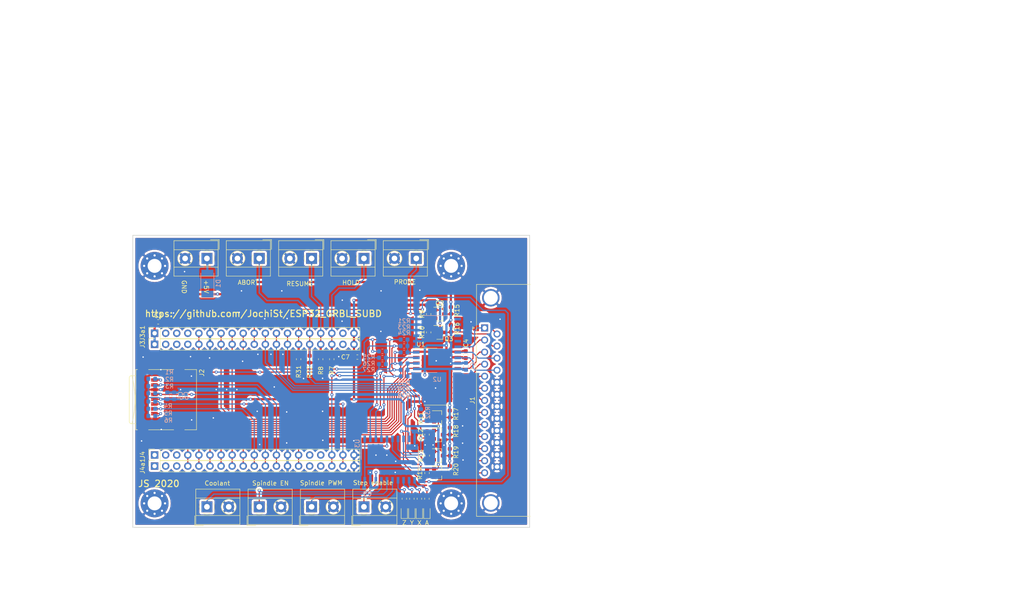
<source format=kicad_pcb>
(kicad_pcb (version 20171130) (host pcbnew "(5.1.4)-1")
  (title_block (title "Project Title"))
  (layers (0 F.Cu signal) (31 B.Cu signal) (34 B.Paste user) (35 F.Paste user) (36 B.SilkS user) (37 F.SilkS user) (38 B.Mask user) (39 F.Mask user) (44 Edge.Cuts user))
  (net 0 "")
  (net 1 +3V3)
  (net 2 GND)
  (net 3 /OUT2)
  (net 4 /ENABLE)
  (net 5 /PROBE)
  (net 6 /A_LIM)
  (net 7 /Z_LIM)
  (net 8 /Y_LIM)
  (net 9 /X_LIM)
  (net 10 /RESET)
  (net 11 /A_STEP)
  (net 12 /A_DIR)
  (net 13 /Z_STEP)
  (net 14 /Z_DIR)
  (net 15 /Y_STEP)
  (net 16 /Y_DIR)
  (net 17 /X_STEP)
  (net 18 /X_DIR)
  (net 19 /OUT1)
  (net 20 "Net-(J2-Pad1)")
  (net 21 "Net-(J2-Pad8)")
  (net 22 +5V)
  (net 23 /A_STEP_3V3)
  (net 24 /A_DIR_3V3)
  (net 25 /Z_STEP_3V3)
  (net 26 /X_DIR_3V3)
  (net 27 /X_STEP_3V3)
  (net 28 /Y_DIR_3V3)
  (net 29 /Y_STEP_3V3)
  (net 30 /Z_DIR_3V3)
  (net 31 "Net-(J3-Pad18)")
  (net 32 /HOLD)
  (net 33 /RESUME)
  (net 34 /ABORT)
  (net 35 /PROBE_3V3)
  (net 36 /ENABLE_3V3)
  (net 37 "Net-(J3-Pad4)")
  (net 38 "Net-(J3-Pad3)")
  (net 39 "Net-(J3-Pad2)")
  (net 40 "Net-(J4-Pad16)")
  (net 41 "Net-(J4-Pad15)")
  (net 42 /Y_LIM_3V3)
  (net 43 /X_LIM_3V3)
  (net 44 /Z_LIM_3V3)
  (net 45 "Net-(J4-Pad3)")
  (net 46 "Net-(J4-Pad2)")
  (net 47 "Net-(J4-Pad1)")
  (net 48 /SD_CS)
  (net 49 /SD_MOSI)
  (net 50 /SD_CLK)
  (net 51 /SD_MISO)
  (net 52 /STEP_ENABLE)
  (net 53 /Spindle_EN_3V3)
  (net 54 "Net-(U2-Pad15)")
  (net 55 "Net-(U2-Pad14)")
  (net 56 "Net-(U2-Pad13)")
  (net 57 "Net-(U2-Pad12)")
  (net 58 "Net-(U2-Pad11)")
  (net 59 /OUT1_3V3)
  (net 60 /OUT2_3V3)
  (net 61 /A_LIM_3V3)
  (net 62 /COOLANT_3V3)
  (net 63 /RESET_3V3)
  (net 64 "Net-(J3a1-Pad18)")
  (net 65 "Net-(J3a1-Pad4)")
  (net 66 "Net-(J3a1-Pad3)")
  (net 67 "Net-(J3a1-Pad2)")
  (net 68 "Net-(J4a1-Pad16)")
  (net 69 "Net-(J4a1-Pad15)")
  (net 70 "Net-(J4a1-Pad3)")
  (net 71 "Net-(J4a1-Pad2)")
  (net 72 "Net-(J4a1-Pad1)")
  (net 73 +VDC)
  (net 74 /STEP_EN_5V)
  (net 75 /COOLANT_5V)
  (net 76 /SPINDLE_EN_5V)
  (net 77 /SPINDLE_PWM_5V)
  (net 78 /Spindle_PWM_3V3)
  (net 79 "Net-(D2-Pad2)")
  (net 80 "Net-(D3-Pad2)")
  (net 81 "Net-(D4-Pad2)")
  (net 82 "Net-(D5-Pad2)")
  (net 83 "Net-(R33-Pad2)")
  (net 84 "Net-(R34-Pad2)")
  (net 85 "Net-(R35-Pad2)")
  (net 86 "Net-(R36-Pad2)")
  (module Capacitor_SMD:C_0603_1608Metric (layer F.Cu) (at 127.3048 100.6348)
    (fp_text reference C7 (at -2.7432 0) (layer F.SilkS))
    (fp_text value 100n)
    (pad 2 smd roundrect (at 0.7875 0) (size 0.875 0.95) (layers F.Cu F.Paste F.Mask) (net 2 GND))
    (pad 1 smd roundrect (at -0.7875 0) (size 0.875 0.95) (layers F.Cu F.Paste F.Mask) (net 1 +3V3))
  )
  (module Capacitor_SMD:C_0603_1608Metric (layer B.Cu) (at 85.2932 109.5248 90)
    (fp_text reference C6 (at 0 2.7432 90) (layer B.SilkS) (effects (justify mirror)))
    (fp_text value 100n)
    (pad 2 smd roundrect (at 0.7875 0 90) (size 0.875 0.95) (layers B.Cu B.Paste B.Mask) (net 2 GND))
    (pad 1 smd roundrect (at -0.7875 0 90) (size 0.875 0.95) (layers B.Cu B.Paste B.Mask) (net 1 +3V3))
  )
  (module Capacitor_SMD:C_0603_1608Metric (layer B.Cu) (at 83.7184 109.5248 90)
    (fp_text reference C5 (at 0 3.048 90) (layer B.SilkS) (effects (justify mirror)))
    (fp_text value 1u)
    (pad 2 smd roundrect (at 0.7875 0 90) (size 0.875 0.95) (layers B.Cu B.Paste B.Mask) (net 2 GND))
    (pad 1 smd roundrect (at -0.7875 0 90) (size 0.875 0.95) (layers B.Cu B.Paste B.Mask) (net 1 +3V3))
  )
  (module Capacitor_SMD:C_0603_1608Metric (layer F.Cu) (at 152.146 100.076 270)
    (fp_text reference C4 (at -2.6416 -0.0508 90) (layer F.SilkS))
    (fp_text value 100n)
    (pad 2 smd roundrect (at 0.7875 0 270) (size 0.875 0.95) (layers F.Cu F.Paste F.Mask) (net 2 GND))
    (pad 1 smd roundrect (at -0.7875 0 270) (size 0.875 0.95) (layers F.Cu F.Paste F.Mask) (net 22 +5V))
  )
  (module Capacitor_SMD:C_0603_1608Metric (layer B.Cu) (at 129.6416 130.6576)
    (fp_text reference C3 (at 0 1.43) (layer B.SilkS) (effects (justify mirror)))
    (fp_text value 100n)
    (pad 2 smd roundrect (at 0.7875 0) (size 0.875 0.95) (layers B.Cu B.Paste B.Mask) (net 2 GND))
    (pad 1 smd roundrect (at -0.7875 0) (size 0.875 0.95) (layers B.Cu B.Paste B.Mask) (net 22 +5V))
  )
  (module Capacitor_SMD:C_0603_1608Metric (layer F.Cu) (at 81.6356 92.5576)
    (fp_text reference C2 (at 0 -1.43) (layer F.SilkS))
    (fp_text value 100n)
    (pad 2 smd roundrect (at 0.7875 0) (size 0.875 0.95) (layers F.Cu F.Paste F.Mask) (net 2 GND))
    (pad 1 smd roundrect (at -0.7875 0) (size 0.875 0.95) (layers F.Cu F.Paste F.Mask) (net 22 +5V))
  )
  (module Capacitor_SMD:C_0603_1608Metric (layer B.Cu) (at 152.1968 102.7684 90)
    (fp_text reference C1 (at 0 1.6256 90) (layer B.SilkS) (effects (justify mirror)))
    (fp_text value 100n)
    (pad 2 smd roundrect (at 0.7875 0 90) (size 0.875 0.95) (layers B.Cu B.Paste B.Mask) (net 2 GND))
    (pad 1 smd roundrect (at -0.7875 0 90) (size 0.875 0.95) (layers B.Cu B.Paste B.Mask) (net 22 +5V))
  )
  (module Resistor_SMD:R_0603_1608Metric (layer F.Cu) (at 138.0744 133.1468 90)
    (fp_text reference R36 hide)
    (fp_text value 2k7)
    (pad 2 smd roundrect (at 0.7875 0 90) (size 0.875 0.95) (layers F.Cu F.Paste F.Mask) (net 86 "Net-(R36-Pad2)"))
    (pad 1 smd roundrect (at -0.7875 0 90) (size 0.875 0.95) (layers F.Cu F.Paste F.Mask) (net 82 "Net-(D5-Pad2)"))
  )
  (module Resistor_SMD:R_0603_1608Metric (layer F.Cu) (at 139.8016 133.1468 90)
    (fp_text reference R35 hide)
    (fp_text value 2k7)
    (pad 2 smd roundrect (at 0.7875 0 90) (size 0.875 0.95) (layers F.Cu F.Paste F.Mask) (net 85 "Net-(R35-Pad2)"))
    (pad 1 smd roundrect (at -0.7875 0 90) (size 0.875 0.95) (layers F.Cu F.Paste F.Mask) (net 81 "Net-(D4-Pad2)"))
  )
  (module Resistor_SMD:R_0603_1608Metric (layer F.Cu) (at 141.5288 133.1468 90)
    (fp_text reference R34 hide)
    (fp_text value 2k7)
    (pad 2 smd roundrect (at 0.7875 0 90) (size 0.875 0.95) (layers F.Cu F.Paste F.Mask) (net 84 "Net-(R34-Pad2)"))
    (pad 1 smd roundrect (at -0.7875 0 90) (size 0.875 0.95) (layers F.Cu F.Paste F.Mask) (net 80 "Net-(D3-Pad2)"))
  )
  (module Resistor_SMD:R_0603_1608Metric (layer F.Cu) (at 143.256 133.1468 90)
    (fp_text reference R33 hide)
    (fp_text value 2k7)
    (pad 2 smd roundrect (at 0.7875 0 90) (size 0.875 0.95) (layers F.Cu F.Paste F.Mask) (net 83 "Net-(R33-Pad2)"))
    (pad 1 smd roundrect (at -0.7875 0 90) (size 0.875 0.95) (layers F.Cu F.Paste F.Mask) (net 79 "Net-(D2-Pad2)"))
  )
  (module LED_SMD:LED_0603_1608Metric (layer F.Cu) (at 138.0744 136.1948 90)
    (fp_text reference D5 hide)
    (fp_text value LED)
    (pad 2 smd roundrect (at 0.7875 0 90) (size 0.875 0.95) (layers F.Cu F.Paste F.Mask) (net 82 "Net-(D5-Pad2)"))
    (pad 1 smd roundrect (at -0.7875 0 90) (size 0.875 0.95) (layers F.Cu F.Paste F.Mask) (net 2 GND))
  )
  (module LED_SMD:LED_0603_1608Metric (layer F.Cu) (at 139.8016 136.1948 90)
    (fp_text reference D4 hide)
    (fp_text value LED)
    (pad 2 smd roundrect (at 0.7875 0 90) (size 0.875 0.95) (layers F.Cu F.Paste F.Mask) (net 81 "Net-(D4-Pad2)"))
    (pad 1 smd roundrect (at -0.7875 0 90) (size 0.875 0.95) (layers F.Cu F.Paste F.Mask) (net 2 GND))
  )
  (module LED_SMD:LED_0603_1608Metric (layer F.Cu) (at 141.5288 136.1948 90)
    (fp_text reference D3 hide)
    (fp_text value LED)
    (pad 2 smd roundrect (at 0.7875 0 90) (size 0.875 0.95) (layers F.Cu F.Paste F.Mask) (net 80 "Net-(D3-Pad2)"))
    (pad 1 smd roundrect (at -0.7875 0 90) (size 0.875 0.95) (layers F.Cu F.Paste F.Mask) (net 2 GND))
  )
  (module LED_SMD:LED_0603_1608Metric (layer F.Cu) (at 143.256 136.1948 90)
    (fp_text reference D2 hide)
    (fp_text value LED)
    (pad 2 smd roundrect (at 0.7875 0 90) (size 0.875 0.95) (layers F.Cu F.Paste F.Mask) (net 79 "Net-(D2-Pad2)"))
    (pad 1 smd roundrect (at -0.7875 0 90) (size 0.875 0.95) (layers F.Cu F.Paste F.Mask) (net 2 GND))
  )
  (module Resistor_SMD:R_0603_1608Metric (layer B.Cu) (at 141.8844 113.3856 270)
    (fp_text reference R32 (at 0 -1.5748 90) (layer B.SilkS) (effects (justify mirror)))
    (fp_text value 0R)
    (pad 2 smd roundrect (at 0.7875 0 270) (size 0.875 0.95) (layers B.Cu B.Paste B.Mask) (net 63 /RESET_3V3))
    (pad 1 smd roundrect (at -0.7875 0 270) (size 0.875 0.95) (layers B.Cu B.Paste B.Mask) (net 34 /ABORT))
  )
  (module Package_SO:SO-20_12.8x7.5mm_P1.27mm (layer B.Cu) (at 134.7216 124.1552 270)
    (fp_text reference U3 (at -3.69 7.42 270) (layer B.SilkS) (effects (justify mirror)))
    (fp_text value 74HCT245)
    (pad 20 smd rect (at 4.75 5.715 270) (size 1.5 0.6) (layers B.Cu B.Paste B.Mask) (net 22 +5V))
    (pad 19 smd rect (at 4.75 4.445 270) (size 1.5 0.6) (layers B.Cu B.Paste B.Mask) (net 2 GND))
    (pad 18 smd rect (at 4.75 3.175 270) (size 1.5 0.6) (layers B.Cu B.Paste B.Mask) (net 74 /STEP_EN_5V))
    (pad 17 smd rect (at 4.75 1.905 270) (size 1.5 0.6) (layers B.Cu B.Paste B.Mask) (net 76 /SPINDLE_EN_5V))
    (pad 16 smd rect (at 4.75 0.635 270) (size 1.5 0.6) (layers B.Cu B.Paste B.Mask) (net 75 /COOLANT_5V))
    (pad 15 smd rect (at 4.75 -0.635 270) (size 1.5 0.6) (layers B.Cu B.Paste B.Mask) (net 77 /SPINDLE_PWM_5V))
    (pad 14 smd rect (at 4.75 -1.905 270) (size 1.5 0.6) (layers B.Cu B.Paste B.Mask) (net 86 "Net-(R36-Pad2)"))
    (pad 13 smd rect (at 4.75 -3.175 270) (size 1.5 0.6) (layers B.Cu B.Paste B.Mask) (net 85 "Net-(R35-Pad2)"))
    (pad 12 smd rect (at 4.75 -4.445 270) (size 1.5 0.6) (layers B.Cu B.Paste B.Mask) (net 84 "Net-(R34-Pad2)"))
    (pad 11 smd rect (at 4.75 -5.715 270) (size 1.5 0.6) (layers B.Cu B.Paste B.Mask) (net 83 "Net-(R33-Pad2)"))
    (pad 10 smd rect (at -4.75 -5.715 270) (size 1.5 0.6) (layers B.Cu B.Paste B.Mask) (net 2 GND))
    (pad 9 smd rect (at -4.75 -4.445 270) (size 1.5 0.6) (layers B.Cu B.Paste B.Mask) (net 61 /A_LIM_3V3))
    (pad 8 smd rect (at -4.75 -3.175 270) (size 1.5 0.6) (layers B.Cu B.Paste B.Mask) (net 43 /X_LIM_3V3))
    (pad 7 smd rect (at -4.75 -1.905 270) (size 1.5 0.6) (layers B.Cu B.Paste B.Mask) (net 42 /Y_LIM_3V3))
    (pad 1 smd rect (at -4.75 5.715 270) (size 1.5 0.6) (layers B.Cu B.Paste B.Mask) (net 22 +5V))
    (pad 2 smd rect (at -4.75 4.445 270) (size 1.5 0.6) (layers B.Cu B.Paste B.Mask) (net 52 /STEP_ENABLE))
    (pad 3 smd rect (at -4.75 3.175 270) (size 1.5 0.6) (layers B.Cu B.Paste B.Mask) (net 53 /Spindle_EN_3V3))
    (pad 4 smd rect (at -4.75 1.905 270) (size 1.5 0.6) (layers B.Cu B.Paste B.Mask) (net 62 /COOLANT_3V3))
    (pad 5 smd rect (at -4.75 0.635 270) (size 1.5 0.6) (layers B.Cu B.Paste B.Mask) (net 78 /Spindle_PWM_3V3))
    (pad 6 smd rect (at -4.75 -0.635 270) (size 1.5 0.6) (layers B.Cu B.Paste B.Mask) (net 44 /Z_LIM_3V3))
  )
  (module TerminalBlock_MetzConnect:TerminalBlock_MetzConnect_Type055_RT01502HDWU_1x02_P5.00mm_Horizontal (layer F.Cu) (at 92.8124 78 180)
    (fp_text reference J5 hide)
    (fp_text value Screw_Terminal_01x02)
    (pad 2 thru_hole circle (at 5 0 180) (size 2.5 2.5) (drill 1.3) (layers *.Cu *.Mask) (net 2 GND))
    (pad 1 thru_hole rect (at 0 0 180) (size 2.5 2.5) (drill 1.3) (layers *.Cu *.Mask) (net 73 +VDC))
  )
  (module Diode_SMD:D_MELF (layer B.Cu) (at 92.9132 83.7692 90)
    (fp_text reference D1 (at 0 2.5 270) (layer B.SilkS) (effects (justify mirror)))
    (fp_text value SM4007)
    (pad 2 smd rect (at 2.4 0 90) (size 1.5 2.7) (layers B.Cu B.Paste B.Mask) (net 73 +VDC))
    (pad 1 smd rect (at -2.4 0 90) (size 1.5 2.7) (layers B.Cu B.Paste B.Mask) (net 22 +5V))
  )
  (module Resistor_SMD:R_0603_1608Metric (layer F.Cu) (at 113.8428 101.1301 270)
    (fp_text reference R31 (at 2.8575 0 90) (layer F.SilkS))
    (fp_text value 47k)
    (pad 2 smd roundrect (at 0.7875 0 270) (size 0.875 0.95) (layers F.Cu F.Paste F.Mask) (net 1 +3V3))
    (pad 1 smd roundrect (at -0.7875 0 270) (size 0.875 0.95) (layers F.Cu F.Paste F.Mask) (net 35 /PROBE_3V3))
  )
  (module TerminalBlock_MetzConnect:TerminalBlock_MetzConnect_Type055_RT01502HDWU_1x02_P5.00mm_Horizontal (layer F.Cu) (at 116.8124 135)
    (fp_text reference J13 hide)
    (fp_text value Screw_Terminal_01x02)
    (pad 2 thru_hole circle (at 5 0) (size 2.5 2.5) (drill 1.3) (layers *.Cu *.Mask) (net 2 GND))
    (pad 1 thru_hole rect (at 0 0) (size 2.5 2.5) (drill 1.3) (layers *.Cu *.Mask) (net 77 /SPINDLE_PWM_5V))
  )
  (module TerminalBlock_MetzConnect:TerminalBlock_MetzConnect_Type055_RT01502HDWU_1x02_P5.00mm_Horizontal (layer F.Cu) (at 92.8124 135)
    (fp_text reference J12 hide)
    (fp_text value Screw_Terminal_01x02)
    (pad 2 thru_hole circle (at 5 0) (size 2.5 2.5) (drill 1.3) (layers *.Cu *.Mask) (net 2 GND))
    (pad 1 thru_hole rect (at 0 0) (size 2.5 2.5) (drill 1.3) (layers *.Cu *.Mask) (net 75 /COOLANT_5V))
  )
  (module TerminalBlock_MetzConnect:TerminalBlock_MetzConnect_Type055_RT01502HDWU_1x02_P5.00mm_Horizontal (layer F.Cu) (at 104.8124 135)
    (fp_text reference J11 hide)
    (fp_text value Screw_Terminal_01x02)
    (pad 2 thru_hole circle (at 5 0) (size 2.5 2.5) (drill 1.3) (layers *.Cu *.Mask) (net 2 GND))
    (pad 1 thru_hole rect (at 0 0) (size 2.5 2.5) (drill 1.3) (layers *.Cu *.Mask) (net 76 /SPINDLE_EN_5V))
  )
  (module TerminalBlock_MetzConnect:TerminalBlock_MetzConnect_Type055_RT01502HDWU_1x02_P5.00mm_Horizontal (layer F.Cu) (at 128.8124 135)
    (fp_text reference J10 hide)
    (fp_text value Screw_Terminal_01x02)
    (pad 2 thru_hole circle (at 5 0) (size 2.5 2.5) (drill 1.3) (layers *.Cu *.Mask) (net 2 GND))
    (pad 1 thru_hole rect (at 0 0) (size 2.5 2.5) (drill 1.3) (layers *.Cu *.Mask) (net 74 /STEP_EN_5V))
  )
  (module Resistor_SMD:R_0603_1608Metric (layer B.Cu) (at 138.0236 102.108)
    (fp_text reference R30 (at -0.0508 4.478) (layer B.SilkS) (effects (justify mirror)))
    (fp_text value 0R)
    (pad 2 smd roundrect (at 0.7875 0) (size 0.875 0.95) (layers B.Cu B.Paste B.Mask) (net 60 /OUT2_3V3))
    (pad 1 smd roundrect (at -0.7875 0) (size 0.875 0.95) (layers B.Cu B.Paste B.Mask) (net 52 /STEP_ENABLE))
  )
  (module Resistor_SMD:R_0603_1608Metric (layer B.Cu) (at 138.0236 103.5812)
    (fp_text reference R29 (at -0.0508 4.478) (layer B.SilkS) (effects (justify mirror)))
    (fp_text value 0R)
    (pad 2 smd roundrect (at 0.7875 0) (size 0.875 0.95) (layers B.Cu B.Paste B.Mask) (net 60 /OUT2_3V3))
    (pad 1 smd roundrect (at -0.7875 0) (size 0.875 0.95) (layers B.Cu B.Paste B.Mask) (net 53 /Spindle_EN_3V3))
  )
  (module Resistor_SMD:R_0603_1608Metric (layer B.Cu) (at 138.0236 105.0544)
    (fp_text reference R28 (at -0.0508 4.478) (layer B.SilkS) (effects (justify mirror)))
    (fp_text value 0R)
    (pad 2 smd roundrect (at 0.7875 0) (size 0.875 0.95) (layers B.Cu B.Paste B.Mask) (net 60 /OUT2_3V3))
    (pad 1 smd roundrect (at -0.7875 0) (size 0.875 0.95) (layers B.Cu B.Paste B.Mask) (net 62 /COOLANT_3V3))
  )
  (module Resistor_SMD:R_0603_1608Metric (layer B.Cu) (at 133.0452 102.2604)
    (fp_text reference R27 (at -3.0988 1.27) (layer B.SilkS) (effects (justify mirror)))
    (fp_text value 0R)
    (pad 2 smd roundrect (at 0.7875 0) (size 0.875 0.95) (layers B.Cu B.Paste B.Mask) (net 36 /ENABLE_3V3))
    (pad 1 smd roundrect (at -0.7875 0) (size 0.875 0.95) (layers B.Cu B.Paste B.Mask) (net 52 /STEP_ENABLE))
  )
  (module Resistor_SMD:R_0603_1608Metric (layer B.Cu) (at 133.0452 100.7872)
    (fp_text reference R26 (at -3.0988 1.3208) (layer B.SilkS) (effects (justify mirror)))
    (fp_text value 0R)
    (pad 2 smd roundrect (at 0.7875 0) (size 0.875 0.95) (layers B.Cu B.Paste B.Mask) (net 36 /ENABLE_3V3))
    (pad 1 smd roundrect (at -0.7875 0) (size 0.875 0.95) (layers B.Cu B.Paste B.Mask) (net 53 /Spindle_EN_3V3))
  )
  (module Resistor_SMD:R_0603_1608Metric (layer B.Cu) (at 133.0452 99.3232)
    (fp_text reference R25 (at -3.0988 1.3116) (layer B.SilkS) (effects (justify mirror)))
    (fp_text value 0R)
    (pad 2 smd roundrect (at 0.7875 0) (size 0.875 0.95) (layers B.Cu B.Paste B.Mask) (net 36 /ENABLE_3V3))
    (pad 1 smd roundrect (at -0.7875 0) (size 0.875 0.95) (layers B.Cu B.Paste B.Mask) (net 62 /COOLANT_3V3))
  )
  (module Resistor_SMD:R_0603_1608Metric (layer B.Cu) (at 138.0236 99.568)
    (fp_text reference R24 (at 0 -4.4704) (layer B.SilkS) (effects (justify mirror)))
    (fp_text value 0R)
    (pad 2 smd roundrect (at 0.7875 0) (size 0.875 0.95) (layers B.Cu B.Paste B.Mask) (net 59 /OUT1_3V3))
    (pad 1 smd roundrect (at -0.7875 0) (size 0.875 0.95) (layers B.Cu B.Paste B.Mask) (net 52 /STEP_ENABLE))
  )
  (module Resistor_SMD:R_0603_1608Metric (layer B.Cu) (at 138.0236 98.0948)
    (fp_text reference R23 (at 0 -4.318) (layer B.SilkS) (effects (justify mirror)))
    (fp_text value 0R)
    (pad 2 smd roundrect (at 0.7875 0) (size 0.875 0.95) (layers B.Cu B.Paste B.Mask) (net 59 /OUT1_3V3))
    (pad 1 smd roundrect (at -0.7875 0) (size 0.875 0.95) (layers B.Cu B.Paste B.Mask) (net 53 /Spindle_EN_3V3))
  )
  (module Resistor_SMD:R_0603_1608Metric (layer B.Cu) (at 138.0236 96.6216)
    (fp_text reference R21 (at 0 -4.2672) (layer B.SilkS) (effects (justify mirror)))
    (fp_text value 0R)
    (pad 2 smd roundrect (at 0.7875 0) (size 0.875 0.95) (layers B.Cu B.Paste B.Mask) (net 59 /OUT1_3V3))
    (pad 1 smd roundrect (at -0.7875 0) (size 0.875 0.95) (layers B.Cu B.Paste B.Mask) (net 62 /COOLANT_3V3))
  )
  (module TerminalBlock_MetzConnect:TerminalBlock_MetzConnect_Type055_RT01502HDWU_1x02_P5.00mm_Horizontal (layer F.Cu) (at 104.8124 78 180)
    (fp_text reference J9 hide)
    (fp_text value Screw_Terminal_01x02)
    (pad 2 thru_hole circle (at 5 0 180) (size 2.5 2.5) (drill 1.3) (layers *.Cu *.Mask) (net 2 GND))
    (pad 1 thru_hole rect (at 0 0 180) (size 2.5 2.5) (drill 1.3) (layers *.Cu *.Mask) (net 34 /ABORT))
  )
  (module TerminalBlock_MetzConnect:TerminalBlock_MetzConnect_Type055_RT01502HDWU_1x02_P5.00mm_Horizontal (layer F.Cu) (at 116.8124 78 180)
    (fp_text reference J8 hide)
    (fp_text value Screw_Terminal_01x02)
    (pad 2 thru_hole circle (at 5 0 180) (size 2.5 2.5) (drill 1.3) (layers *.Cu *.Mask) (net 2 GND))
    (pad 1 thru_hole rect (at 0 0 180) (size 2.5 2.5) (drill 1.3) (layers *.Cu *.Mask) (net 33 /RESUME))
  )
  (module TerminalBlock_MetzConnect:TerminalBlock_MetzConnect_Type055_RT01502HDWU_1x02_P5.00mm_Horizontal (layer F.Cu) (at 128.8124 78 180)
    (fp_text reference J7 hide)
    (fp_text value Screw_Terminal_01x02)
    (pad 2 thru_hole circle (at 5 0 180) (size 2.5 2.5) (drill 1.3) (layers *.Cu *.Mask) (net 2 GND))
    (pad 1 thru_hole rect (at 0 0 180) (size 2.5 2.5) (drill 1.3) (layers *.Cu *.Mask) (net 32 /HOLD))
  )
  (module TerminalBlock_MetzConnect:TerminalBlock_MetzConnect_Type055_RT01502HDWU_1x02_P5.00mm_Horizontal (layer F.Cu) (at 140.8124 78 180)
    (fp_text reference J6 hide)
    (fp_text value Screw_Terminal_01x02)
    (pad 2 thru_hole circle (at 5 0 180) (size 2.5 2.5) (drill 1.3) (layers *.Cu *.Mask) (net 2 GND))
    (pad 1 thru_hole rect (at 0 0 180) (size 2.5 2.5) (drill 1.3) (layers *.Cu *.Mask) (net 35 /PROBE_3V3))
  )
  (module Resistor_SMD:R_0603_1608Metric (layer F.Cu) (at 116.3574 101.1301 270)
    (fp_text reference R22 (at 2.9083 0.0254 90) (layer F.SilkS))
    (fp_text value 47k)
    (pad 2 smd roundrect (at 0.7875 0 270) (size 0.875 0.95) (layers F.Cu F.Paste F.Mask) (net 1 +3V3))
    (pad 1 smd roundrect (at -0.7875 0 270) (size 0.875 0.95) (layers F.Cu F.Paste F.Mask) (net 34 /ABORT))
  )
  (module Resistor_SMD:R_0603_1608Metric (layer F.Cu) (at 118.8974 101.1301 270)
    (fp_text reference R8 (at 2.6035 -0.0254 90) (layer F.SilkS))
    (fp_text value 47k)
    (pad 2 smd roundrect (at 0.7875 0 270) (size 0.875 0.95) (layers F.Cu F.Paste F.Mask) (net 1 +3V3))
    (pad 1 smd roundrect (at -0.7875 0 270) (size 0.875 0.95) (layers F.Cu F.Paste F.Mask) (net 33 /RESUME))
  )
  (module Resistor_SMD:R_0603_1608Metric (layer F.Cu) (at 121.4374 101.1301 270)
    (fp_text reference R7 (at 2.5527 -0.0254 90) (layer F.SilkS))
    (fp_text value 47k)
    (pad 2 smd roundrect (at 0.7875 0 270) (size 0.875 0.95) (layers F.Cu F.Paste F.Mask) (net 1 +3V3))
    (pad 1 smd roundrect (at -0.7875 0 270) (size 0.875 0.95) (layers F.Cu F.Paste F.Mask) (net 32 /HOLD))
  )
  (module MountingHole:MountingHole_3.2mm_M3_Pad_Via (layer F.Cu) (at 80.8124 79.7116 270)
    (fp_text reference H4 hide)
    (fp_text value MountingHole_Pad)
    (pad 1 thru_hole circle (at 1.697056 -1.697056 270) (size 0.8 0.8) (drill 0.5) (layers *.Cu *.Mask) (net 2 GND))
    (pad 1 thru_hole circle (at 0 -2.4 270) (size 0.8 0.8) (drill 0.5) (layers *.Cu *.Mask) (net 2 GND))
    (pad 1 thru_hole circle (at -1.697056 -1.697056 270) (size 0.8 0.8) (drill 0.5) (layers *.Cu *.Mask) (net 2 GND))
    (pad 1 thru_hole circle (at -2.4 0 270) (size 0.8 0.8) (drill 0.5) (layers *.Cu *.Mask) (net 2 GND))
    (pad 1 thru_hole circle (at -1.697056 1.697056 270) (size 0.8 0.8) (drill 0.5) (layers *.Cu *.Mask) (net 2 GND))
    (pad 1 thru_hole circle (at 0 2.4 270) (size 0.8 0.8) (drill 0.5) (layers *.Cu *.Mask) (net 2 GND))
    (pad 1 thru_hole circle (at 1.697056 1.697056 270) (size 0.8 0.8) (drill 0.5) (layers *.Cu *.Mask) (net 2 GND))
    (pad 1 thru_hole circle (at 2.4 0 270) (size 0.8 0.8) (drill 0.5) (layers *.Cu *.Mask) (net 2 GND))
    (pad 1 thru_hole circle (at 0 0 270) (size 6.4 6.4) (drill 3.2) (layers *.Cu *.Mask) (net 2 GND))
  )
  (module MountingHole:MountingHole_3.2mm_M3_Pad_Via (layer F.Cu) (at 148.8124 79.7116 270)
    (fp_text reference H3 hide)
    (fp_text value MountingHole_Pad)
    (pad 1 thru_hole circle (at 1.697056 -1.697056 270) (size 0.8 0.8) (drill 0.5) (layers *.Cu *.Mask) (net 2 GND))
    (pad 1 thru_hole circle (at 0 -2.4 270) (size 0.8 0.8) (drill 0.5) (layers *.Cu *.Mask) (net 2 GND))
    (pad 1 thru_hole circle (at -1.697056 -1.697056 270) (size 0.8 0.8) (drill 0.5) (layers *.Cu *.Mask) (net 2 GND))
    (pad 1 thru_hole circle (at -2.4 0 270) (size 0.8 0.8) (drill 0.5) (layers *.Cu *.Mask) (net 2 GND))
    (pad 1 thru_hole circle (at -1.697056 1.697056 270) (size 0.8 0.8) (drill 0.5) (layers *.Cu *.Mask) (net 2 GND))
    (pad 1 thru_hole circle (at 0 2.4 270) (size 0.8 0.8) (drill 0.5) (layers *.Cu *.Mask) (net 2 GND))
    (pad 1 thru_hole circle (at 1.697056 1.697056 270) (size 0.8 0.8) (drill 0.5) (layers *.Cu *.Mask) (net 2 GND))
    (pad 1 thru_hole circle (at 2.4 0 270) (size 0.8 0.8) (drill 0.5) (layers *.Cu *.Mask) (net 2 GND))
    (pad 1 thru_hole circle (at 0 0 270) (size 6.4 6.4) (drill 3.2) (layers *.Cu *.Mask) (net 2 GND))
  )
  (module MountingHole:MountingHole_3.2mm_M3_Pad_Via (layer F.Cu) (at 148.8124 134.2116 270)
    (fp_text reference H2 hide)
    (fp_text value MountingHole_Pad)
    (pad 1 thru_hole circle (at 1.697056 -1.697056 270) (size 0.8 0.8) (drill 0.5) (layers *.Cu *.Mask) (net 2 GND))
    (pad 1 thru_hole circle (at 0 -2.4 270) (size 0.8 0.8) (drill 0.5) (layers *.Cu *.Mask) (net 2 GND))
    (pad 1 thru_hole circle (at -1.697056 -1.697056 270) (size 0.8 0.8) (drill 0.5) (layers *.Cu *.Mask) (net 2 GND))
    (pad 1 thru_hole circle (at -2.4 0 270) (size 0.8 0.8) (drill 0.5) (layers *.Cu *.Mask) (net 2 GND))
    (pad 1 thru_hole circle (at -1.697056 1.697056 270) (size 0.8 0.8) (drill 0.5) (layers *.Cu *.Mask) (net 2 GND))
    (pad 1 thru_hole circle (at 0 2.4 270) (size 0.8 0.8) (drill 0.5) (layers *.Cu *.Mask) (net 2 GND))
    (pad 1 thru_hole circle (at 1.697056 1.697056 270) (size 0.8 0.8) (drill 0.5) (layers *.Cu *.Mask) (net 2 GND))
    (pad 1 thru_hole circle (at 2.4 0 270) (size 0.8 0.8) (drill 0.5) (layers *.Cu *.Mask) (net 2 GND))
    (pad 1 thru_hole circle (at 0 0 270) (size 6.4 6.4) (drill 3.2) (layers *.Cu *.Mask) (net 2 GND))
  )
  (module MountingHole:MountingHole_3.2mm_M3_Pad_Via (layer F.Cu) (at 80.8124 134.2116 270)
    (fp_text reference H1 hide)
    (fp_text value MountingHole_Pad)
    (pad 1 thru_hole circle (at 1.697056 -1.697056 270) (size 0.8 0.8) (drill 0.5) (layers *.Cu *.Mask) (net 2 GND))
    (pad 1 thru_hole circle (at 0 -2.4 270) (size 0.8 0.8) (drill 0.5) (layers *.Cu *.Mask) (net 2 GND))
    (pad 1 thru_hole circle (at -1.697056 -1.697056 270) (size 0.8 0.8) (drill 0.5) (layers *.Cu *.Mask) (net 2 GND))
    (pad 1 thru_hole circle (at -2.4 0 270) (size 0.8 0.8) (drill 0.5) (layers *.Cu *.Mask) (net 2 GND))
    (pad 1 thru_hole circle (at -1.697056 1.697056 270) (size 0.8 0.8) (drill 0.5) (layers *.Cu *.Mask) (net 2 GND))
    (pad 1 thru_hole circle (at 0 2.4 270) (size 0.8 0.8) (drill 0.5) (layers *.Cu *.Mask) (net 2 GND))
    (pad 1 thru_hole circle (at 1.697056 1.697056 270) (size 0.8 0.8) (drill 0.5) (layers *.Cu *.Mask) (net 2 GND))
    (pad 1 thru_hole circle (at 2.4 0 270) (size 0.8 0.8) (drill 0.5) (layers *.Cu *.Mask) (net 2 GND))
    (pad 1 thru_hole circle (at 0 0 270) (size 6.4 6.4) (drill 3.2) (layers *.Cu *.Mask) (net 2 GND))
  )
  (module Connector_PinSocket_2.54mm:PinSocket_1x19_P2.54mm_Vertical (layer F.Cu) (at 80.8124 125.6516 90)
    (fp_text reference J4a1 (at 0 -2.77 90) (layer F.SilkS))
    (fp_text value Conn_01x19_Female)
    (pad 19 thru_hole oval (at 0 45.72 90) (size 1.7 1.7) (drill 1) (layers *.Cu *.Mask) (net 2 GND))
    (pad 18 thru_hole oval (at 0 43.18 90) (size 1.7 1.7) (drill 1) (layers *.Cu *.Mask) (net 49 /SD_MOSI))
    (pad 17 thru_hole oval (at 0 40.64 90) (size 1.7 1.7) (drill 1) (layers *.Cu *.Mask) (net 53 /Spindle_EN_3V3))
    (pad 16 thru_hole oval (at 0 38.1 90) (size 1.7 1.7) (drill 1) (layers *.Cu *.Mask) (net 68 "Net-(J4a1-Pad16)"))
    (pad 15 thru_hole oval (at 0 35.56 90) (size 1.7 1.7) (drill 1) (layers *.Cu *.Mask) (net 69 "Net-(J4a1-Pad15)"))
    (pad 14 thru_hole oval (at 0 33.02 90) (size 1.7 1.7) (drill 1) (layers *.Cu *.Mask) (net 78 /Spindle_PWM_3V3))
    (pad 13 thru_hole oval (at 0 30.48 90) (size 1.7 1.7) (drill 1) (layers *.Cu *.Mask) (net 2 GND))
    (pad 12 thru_hole oval (at 0 27.94 90) (size 1.7 1.7) (drill 1) (layers *.Cu *.Mask) (net 51 /SD_MISO))
    (pad 11 thru_hole oval (at 0 25.4 90) (size 1.7 1.7) (drill 1) (layers *.Cu *.Mask) (net 50 /SD_CLK))
    (pad 10 thru_hole oval (at 0 22.86 90) (size 1.7 1.7) (drill 1) (layers *.Cu *.Mask) (net 48 /SD_CS))
    (pad 9 thru_hole oval (at 0 20.32 90) (size 1.7 1.7) (drill 1) (layers *.Cu *.Mask) (net 23 /A_STEP_3V3))
    (pad 8 thru_hole oval (at 0 17.78 90) (size 1.7 1.7) (drill 1) (layers *.Cu *.Mask) (net 24 /A_DIR_3V3))
    (pad 7 thru_hole oval (at 0 15.24 90) (size 1.7 1.7) (drill 1) (layers *.Cu *.Mask) (net 25 /Z_STEP_3V3))
    (pad 6 thru_hole oval (at 0 12.7 90) (size 1.7 1.7) (drill 1) (layers *.Cu *.Mask) (net 30 /Z_DIR_3V3))
    (pad 5 thru_hole oval (at 0 10.16 90) (size 1.7 1.7) (drill 1) (layers *.Cu *.Mask) (net 29 /Y_STEP_3V3))
    (pad 4 thru_hole oval (at 0 7.62 90) (size 1.7 1.7) (drill 1) (layers *.Cu *.Mask) (net 28 /Y_DIR_3V3))
    (pad 3 thru_hole oval (at 0 5.08 90) (size 1.7 1.7) (drill 1) (layers *.Cu *.Mask) (net 70 "Net-(J4a1-Pad3)"))
    (pad 2 thru_hole oval (at 0 2.54 90) (size 1.7 1.7) (drill 1) (layers *.Cu *.Mask) (net 71 "Net-(J4a1-Pad2)"))
    (pad 1 thru_hole rect (at 0 0 90) (size 1.7 1.7) (drill 1) (layers *.Cu *.Mask) (net 72 "Net-(J4a1-Pad1)"))
  )
  (module Connector_PinSocket_2.54mm:PinSocket_1x19_P2.54mm_Vertical (layer F.Cu) (at 80.8124 95.1716 90)
    (fp_text reference J3a1 (at 0 -2.77 90) (layer F.SilkS))
    (fp_text value Conn_01x19_Female)
    (pad 19 thru_hole oval (at 0 45.72 90) (size 1.7 1.7) (drill 1) (layers *.Cu *.Mask) (net 1 +3V3))
    (pad 18 thru_hole oval (at 0 43.18 90) (size 1.7 1.7) (drill 1) (layers *.Cu *.Mask) (net 64 "Net-(J3a1-Pad18)"))
    (pad 17 thru_hole oval (at 0 40.64 90) (size 1.7 1.7) (drill 1) (layers *.Cu *.Mask) (net 32 /HOLD))
    (pad 16 thru_hole oval (at 0 38.1 90) (size 1.7 1.7) (drill 1) (layers *.Cu *.Mask) (net 33 /RESUME))
    (pad 15 thru_hole oval (at 0 35.56 90) (size 1.7 1.7) (drill 1) (layers *.Cu *.Mask) (net 34 /ABORT))
    (pad 14 thru_hole oval (at 0 33.02 90) (size 1.7 1.7) (drill 1) (layers *.Cu *.Mask) (net 35 /PROBE_3V3))
    (pad 13 thru_hole oval (at 0 30.48 90) (size 1.7 1.7) (drill 1) (layers *.Cu *.Mask) (net 43 /X_LIM_3V3))
    (pad 12 thru_hole oval (at 0 27.94 90) (size 1.7 1.7) (drill 1) (layers *.Cu *.Mask) (net 42 /Y_LIM_3V3))
    (pad 11 thru_hole oval (at 0 25.4 90) (size 1.7 1.7) (drill 1) (layers *.Cu *.Mask) (net 44 /Z_LIM_3V3))
    (pad 10 thru_hole oval (at 0 22.86 90) (size 1.7 1.7) (drill 1) (layers *.Cu *.Mask) (net 61 /A_LIM_3V3))
    (pad 9 thru_hole oval (at 0 20.32 90) (size 1.7 1.7) (drill 1) (layers *.Cu *.Mask) (net 62 /COOLANT_3V3))
    (pad 8 thru_hole oval (at 0 17.78 90) (size 1.7 1.7) (drill 1) (layers *.Cu *.Mask) (net 26 /X_DIR_3V3))
    (pad 7 thru_hole oval (at 0 15.24 90) (size 1.7 1.7) (drill 1) (layers *.Cu *.Mask) (net 27 /X_STEP_3V3))
    (pad 6 thru_hole oval (at 0 12.7 90) (size 1.7 1.7) (drill 1) (layers *.Cu *.Mask) (net 2 GND))
    (pad 5 thru_hole oval (at 0 10.16 90) (size 1.7 1.7) (drill 1) (layers *.Cu *.Mask) (net 52 /STEP_ENABLE))
    (pad 4 thru_hole oval (at 0 7.62 90) (size 1.7 1.7) (drill 1) (layers *.Cu *.Mask) (net 65 "Net-(J3a1-Pad4)"))
    (pad 3 thru_hole oval (at 0 5.08 90) (size 1.7 1.7) (drill 1) (layers *.Cu *.Mask) (net 66 "Net-(J3a1-Pad3)"))
    (pad 2 thru_hole oval (at 0 2.54 90) (size 1.7 1.7) (drill 1) (layers *.Cu *.Mask) (net 67 "Net-(J3a1-Pad2)"))
    (pad 1 thru_hole rect (at 0 0 90) (size 1.7 1.7) (drill 1) (layers *.Cu *.Mask) (net 22 +5V))
  )
  (module Package_SO:SO-20_12.8x7.5mm_P1.27mm (layer B.Cu) (at 145.5674 97.6376)
    (fp_text reference U2 (at 0.0254 8.128) (layer B.SilkS) (effects (justify mirror)))
    (fp_text value 74HCT245)
    (pad 20 smd rect (at 4.75 5.715) (size 1.5 0.6) (layers B.Cu B.Paste B.Mask) (net 22 +5V))
    (pad 19 smd rect (at 4.75 4.445) (size 1.5 0.6) (layers B.Cu B.Paste B.Mask) (net 2 GND))
    (pad 18 smd rect (at 4.75 3.175) (size 1.5 0.6) (layers B.Cu B.Paste B.Mask) (net 3 /OUT2))
    (pad 17 smd rect (at 4.75 1.905) (size 1.5 0.6) (layers B.Cu B.Paste B.Mask) (net 4 /ENABLE))
    (pad 16 smd rect (at 4.75 0.635) (size 1.5 0.6) (layers B.Cu B.Paste B.Mask) (net 19 /OUT1))
    (pad 15 smd rect (at 4.75 -0.635) (size 1.5 0.6) (layers B.Cu B.Paste B.Mask) (net 54 "Net-(U2-Pad15)"))
    (pad 14 smd rect (at 4.75 -1.905) (size 1.5 0.6) (layers B.Cu B.Paste B.Mask) (net 55 "Net-(U2-Pad14)"))
    (pad 13 smd rect (at 4.75 -3.175) (size 1.5 0.6) (layers B.Cu B.Paste B.Mask) (net 56 "Net-(U2-Pad13)"))
    (pad 12 smd rect (at 4.75 -4.445) (size 1.5 0.6) (layers B.Cu B.Paste B.Mask) (net 57 "Net-(U2-Pad12)"))
    (pad 11 smd rect (at 4.75 -5.715) (size 1.5 0.6) (layers B.Cu B.Paste B.Mask) (net 58 "Net-(U2-Pad11)"))
    (pad 10 smd rect (at -4.75 -5.715) (size 1.5 0.6) (layers B.Cu B.Paste B.Mask) (net 2 GND))
    (pad 9 smd rect (at -4.75 -4.445) (size 1.5 0.6) (layers B.Cu B.Paste B.Mask) (net 2 GND))
    (pad 8 smd rect (at -4.75 -3.175) (size 1.5 0.6) (layers B.Cu B.Paste B.Mask) (net 2 GND))
    (pad 7 smd rect (at -4.75 -1.905) (size 1.5 0.6) (layers B.Cu B.Paste B.Mask) (net 2 GND))
    (pad 1 smd rect (at -4.75 5.715) (size 1.5 0.6) (layers B.Cu B.Paste B.Mask) (net 22 +5V))
    (pad 2 smd rect (at -4.75 4.445) (size 1.5 0.6) (layers B.Cu B.Paste B.Mask) (net 60 /OUT2_3V3))
    (pad 3 smd rect (at -4.75 3.175) (size 1.5 0.6) (layers B.Cu B.Paste B.Mask) (net 36 /ENABLE_3V3))
    (pad 4 smd rect (at -4.75 1.905) (size 1.5 0.6) (layers B.Cu B.Paste B.Mask) (net 59 /OUT1_3V3))
    (pad 5 smd rect (at -4.75 0.635) (size 1.5 0.6) (layers B.Cu B.Paste B.Mask) (net 2 GND))
    (pad 6 smd rect (at -4.75 -0.635) (size 1.5 0.6) (layers B.Cu B.Paste B.Mask) (net 2 GND))
  )
  (module Resistor_SMD:R_0603_1608Metric (layer F.Cu) (at 148.4884 126.4285 270)
    (fp_text reference R20 (at 0 -1.43 90) (layer F.SilkS))
    (fp_text value 10k)
    (pad 2 smd roundrect (at 0.7875 0 270) (size 0.875 0.95) (layers F.Cu F.Paste F.Mask) (net 7 /Z_LIM))
    (pad 1 smd roundrect (at -0.7875 0 270) (size 0.875 0.95) (layers F.Cu F.Paste F.Mask) (net 22 +5V))
  )
  (module Resistor_SMD:R_0603_1608Metric (layer F.Cu) (at 148.4884 122.4915 270)
    (fp_text reference R19 (at 0 -1.43 90) (layer F.SilkS))
    (fp_text value 10k)
    (pad 2 smd roundrect (at 0.7875 0 270) (size 0.875 0.95) (layers F.Cu F.Paste F.Mask) (net 8 /Y_LIM))
    (pad 1 smd roundrect (at -0.7875 0 270) (size 0.875 0.95) (layers F.Cu F.Paste F.Mask) (net 22 +5V))
  )
  (module Resistor_SMD:R_0603_1608Metric (layer F.Cu) (at 148.4884 117.6401 270)
    (fp_text reference R18 (at 0 -1.43 90) (layer F.SilkS))
    (fp_text value 10k)
    (pad 2 smd roundrect (at 0.7875 0 270) (size 0.875 0.95) (layers F.Cu F.Paste F.Mask) (net 9 /X_LIM))
    (pad 1 smd roundrect (at -0.7875 0 270) (size 0.875 0.95) (layers F.Cu F.Paste F.Mask) (net 22 +5V))
  )
  (module Resistor_SMD:R_0603_1608Metric (layer F.Cu) (at 148.4884 113.7031 270)
    (fp_text reference R17 (at 0 -1.43 90) (layer F.SilkS))
    (fp_text value 10k)
    (pad 2 smd roundrect (at 0.7875 0 270) (size 0.875 0.95) (layers F.Cu F.Paste F.Mask) (net 10 /RESET))
    (pad 1 smd roundrect (at -0.7875 0 270) (size 0.875 0.95) (layers F.Cu F.Paste F.Mask) (net 22 +5V))
  )
  (module Resistor_SMD:R_0603_1608Metric (layer F.Cu) (at 148.7424 94.0816 270)
    (fp_text reference R16 (at 0 -1.43 90) (layer F.SilkS))
    (fp_text value 10k)
    (pad 2 smd roundrect (at 0.7875 0 270) (size 0.875 0.95) (layers F.Cu F.Paste F.Mask) (net 5 /PROBE))
    (pad 1 smd roundrect (at -0.7875 0 270) (size 0.875 0.95) (layers F.Cu F.Paste F.Mask) (net 22 +5V))
  )
  (module Resistor_SMD:R_0603_1608Metric (layer F.Cu) (at 148.7424 89.9541 270)
    (fp_text reference R15 (at 0 -1.43 90) (layer F.SilkS))
    (fp_text value 10k)
    (pad 2 smd roundrect (at 0.7875 0 270) (size 0.875 0.95) (layers F.Cu F.Paste F.Mask) (net 6 /A_LIM))
    (pad 1 smd roundrect (at -0.7875 0 270) (size 0.875 0.95) (layers F.Cu F.Paste F.Mask) (net 22 +5V))
  )
  (module Resistor_SMD:R_0603_1608Metric (layer F.Cu) (at 143.2814 127.254 270)
    (fp_text reference R14 (at 0.0508 1.651 90) (layer F.SilkS))
    (fp_text value 10k)
    (pad 2 smd roundrect (at 0.7875 0 270) (size 0.875 0.95) (layers F.Cu F.Paste F.Mask) (net 44 /Z_LIM_3V3))
    (pad 1 smd roundrect (at -0.7875 0 270) (size 0.875 0.95) (layers F.Cu F.Paste F.Mask) (net 1 +3V3))
  )
  (module Resistor_SMD:R_0603_1608Metric (layer F.Cu) (at 143.3449 123.2535 270)
    (fp_text reference R13 (at 0.0381 1.4605 90) (layer F.SilkS))
    (fp_text value 10k)
    (pad 2 smd roundrect (at 0.7875 0 270) (size 0.875 0.95) (layers F.Cu F.Paste F.Mask) (net 42 /Y_LIM_3V3))
    (pad 1 smd roundrect (at -0.7875 0 270) (size 0.875 0.95) (layers F.Cu F.Paste F.Mask) (net 1 +3V3))
  )
  (module Resistor_SMD:R_0603_1608Metric (layer F.Cu) (at 143.2814 118.4276 270)
    (fp_text reference R12 (at 0.038 1.4478 90) (layer F.SilkS))
    (fp_text value 10k)
    (pad 2 smd roundrect (at 0.7875 0 270) (size 0.875 0.95) (layers F.Cu F.Paste F.Mask) (net 43 /X_LIM_3V3))
    (pad 1 smd roundrect (at -0.7875 0 270) (size 0.875 0.95) (layers F.Cu F.Paste F.Mask) (net 1 +3V3))
  )
  (module Resistor_SMD:R_0603_1608Metric (layer F.Cu) (at 143.3449 114.5286 270)
    (fp_text reference R11 (at 0.0762 1.5113 90) (layer F.SilkS))
    (fp_text value 10k)
    (pad 2 smd roundrect (at 0.7875 0 270) (size 0.875 0.95) (layers F.Cu F.Paste F.Mask) (net 63 /RESET_3V3))
    (pad 1 smd roundrect (at -0.7875 0 270) (size 0.875 0.95) (layers F.Cu F.Paste F.Mask) (net 1 +3V3))
  )
  (module Resistor_SMD:R_0603_1608Metric (layer F.Cu) (at 143.6624 94.9706 270)
    (fp_text reference R10 (at -0.0254 1.524 90) (layer F.SilkS))
    (fp_text value 10k)
    (pad 2 smd roundrect (at 0.7875 0 270) (size 0.875 0.95) (layers F.Cu F.Paste F.Mask) (net 35 /PROBE_3V3))
    (pad 1 smd roundrect (at -0.7875 0 270) (size 0.875 0.95) (layers F.Cu F.Paste F.Mask) (net 1 +3V3))
  )
  (module Resistor_SMD:R_0603_1608Metric (layer F.Cu) (at 143.6624 90.7796 270)
    (fp_text reference R9 (at 0 1.524 90) (layer F.SilkS))
    (fp_text value 10k)
    (pad 2 smd roundrect (at 0.7875 0 270) (size 0.875 0.95) (layers F.Cu F.Paste F.Mask) (net 61 /A_LIM_3V3))
    (pad 1 smd roundrect (at -0.7875 0 270) (size 0.875 0.95) (layers F.Cu F.Paste F.Mask) (net 1 +3V3))
  )
  (module Package_TO_SOT_SMD:SOT-23 (layer F.Cu) (at 145.8939 127.232)
    (fp_text reference Q7 hide)
    (fp_text value BSS138)
    (pad 3 smd rect (at 1 0) (size 0.9 0.8) (layers F.Cu F.Paste F.Mask) (net 7 /Z_LIM))
    (pad 2 smd rect (at -1 0.95) (size 0.9 0.8) (layers F.Cu F.Paste F.Mask) (net 44 /Z_LIM_3V3))
    (pad 1 smd rect (at -1 -0.95) (size 0.9 0.8) (layers F.Cu F.Paste F.Mask) (net 1 +3V3))
  )
  (module Package_TO_SOT_SMD:SOT-23 (layer F.Cu) (at 145.8849 123.2535)
    (fp_text reference Q6 hide)
    (fp_text value BSS138)
    (pad 3 smd rect (at 1 0) (size 0.9 0.8) (layers F.Cu F.Paste F.Mask) (net 8 /Y_LIM))
    (pad 2 smd rect (at -1 0.95) (size 0.9 0.8) (layers F.Cu F.Paste F.Mask) (net 42 /Y_LIM_3V3))
    (pad 1 smd rect (at -1 -0.95) (size 0.9 0.8) (layers F.Cu F.Paste F.Mask) (net 1 +3V3))
  )
  (module Package_TO_SOT_SMD:SOT-23 (layer F.Cu) (at 145.8849 118.4656)
    (fp_text reference Q5 hide)
    (fp_text value BSS138)
    (pad 3 smd rect (at 1 0) (size 0.9 0.8) (layers F.Cu F.Paste F.Mask) (net 9 /X_LIM))
    (pad 2 smd rect (at -1 0.95) (size 0.9 0.8) (layers F.Cu F.Paste F.Mask) (net 43 /X_LIM_3V3))
    (pad 1 smd rect (at -1 -0.95) (size 0.9 0.8) (layers F.Cu F.Paste F.Mask) (net 1 +3V3))
  )
  (module Package_TO_SOT_SMD:SOT-23 (layer F.Cu) (at 145.8849 114.5286)
    (fp_text reference Q4 hide)
    (fp_text value BSS138)
    (pad 3 smd rect (at 1 0) (size 0.9 0.8) (layers F.Cu F.Paste F.Mask) (net 10 /RESET))
    (pad 2 smd rect (at -1 0.95) (size 0.9 0.8) (layers F.Cu F.Paste F.Mask) (net 63 /RESET_3V3))
    (pad 1 smd rect (at -1 -0.95) (size 0.9 0.8) (layers F.Cu F.Paste F.Mask) (net 1 +3V3))
  )
  (module Package_TO_SOT_SMD:SOT-23 (layer F.Cu) (at 146.2024 94.9706)
    (fp_text reference Q3 (at 2.0828 1.4986) (layer F.SilkS))
    (fp_text value BSS138)
    (pad 3 smd rect (at 1 0) (size 0.9 0.8) (layers F.Cu F.Paste F.Mask) (net 5 /PROBE))
    (pad 2 smd rect (at -1 0.95) (size 0.9 0.8) (layers F.Cu F.Paste F.Mask) (net 35 /PROBE_3V3))
    (pad 1 smd rect (at -1 -0.95) (size 0.9 0.8) (layers F.Cu F.Paste F.Mask) (net 1 +3V3))
  )
  (module Package_TO_SOT_SMD:SOT-23 (layer F.Cu) (at 146.2014 90.7796)
    (fp_text reference Q2 (at 0 -2.5) (layer F.SilkS))
    (fp_text value BSS138)
    (pad 3 smd rect (at 1 0) (size 0.9 0.8) (layers F.Cu F.Paste F.Mask) (net 6 /A_LIM))
    (pad 2 smd rect (at -1 0.95) (size 0.9 0.8) (layers F.Cu F.Paste F.Mask) (net 61 /A_LIM_3V3))
    (pad 1 smd rect (at -1 -0.95) (size 0.9 0.8) (layers F.Cu F.Paste F.Mask) (net 1 +3V3))
  )
  (module Resistor_SMD:R_0603_1608Metric (layer B.Cu) (at 80.1624 114.1476)
    (fp_text reference R6 (at 3.81 1.016) (layer B.SilkS) (effects (justify mirror)))
    (fp_text value 47k)
    (pad 2 smd roundrect (at 0.7875 0) (size 0.875 0.95) (layers B.Cu B.Paste B.Mask) (net 20 "Net-(J2-Pad1)"))
    (pad 1 smd roundrect (at -0.7875 0) (size 0.875 0.95) (layers B.Cu B.Paste B.Mask) (net 1 +3V3))
  )
  (module Resistor_SMD:R_0603_1608Metric (layer B.Cu) (at 80.1624 112.4966)
    (fp_text reference R5 (at 3.7592 1.0414) (layer B.SilkS) (effects (justify mirror)))
    (fp_text value 47k)
    (pad 2 smd roundrect (at 0.7875 0) (size 0.875 0.95) (layers B.Cu B.Paste B.Mask) (net 48 /SD_CS))
    (pad 1 smd roundrect (at -0.7875 0) (size 0.875 0.95) (layers B.Cu B.Paste B.Mask) (net 1 +3V3))
  )
  (module Resistor_SMD:R_0603_1608Metric (layer B.Cu) (at 80.1624 110.8456)
    (fp_text reference R4 (at 3.7592 1.016) (layer B.SilkS) (effects (justify mirror)))
    (fp_text value 47k)
    (pad 2 smd roundrect (at 0.7875 0) (size 0.875 0.95) (layers B.Cu B.Paste B.Mask) (net 49 /SD_MOSI))
    (pad 1 smd roundrect (at -0.7875 0) (size 0.875 0.95) (layers B.Cu B.Paste B.Mask) (net 1 +3V3))
  )
  (module Resistor_SMD:R_0603_1608Metric (layer B.Cu) (at 80.1624 108.9406)
    (fp_text reference R3 (at 4.064 -1.6002) (layer B.SilkS) (effects (justify mirror)))
    (fp_text value 47k)
    (pad 2 smd roundrect (at 0.7875 0) (size 0.875 0.95) (layers B.Cu B.Paste B.Mask) (net 50 /SD_CLK))
    (pad 1 smd roundrect (at -0.7875 0) (size 0.875 0.95) (layers B.Cu B.Paste B.Mask) (net 1 +3V3))
  )
  (module Resistor_SMD:R_0603_1608Metric (layer B.Cu) (at 80.1624 107.2896)
    (fp_text reference R2 (at 4.064 -1.524) (layer B.SilkS) (effects (justify mirror)))
    (fp_text value 47k)
    (pad 2 smd roundrect (at 0.7875 0) (size 0.875 0.95) (layers B.Cu B.Paste B.Mask) (net 51 /SD_MISO))
    (pad 1 smd roundrect (at -0.7875 0) (size 0.875 0.95) (layers B.Cu B.Paste B.Mask) (net 1 +3V3))
  )
  (module Resistor_SMD:R_0603_1608Metric (layer B.Cu) (at 80.1624 105.6386)
    (fp_text reference R1 (at 4.0132 -1.5494) (layer B.SilkS) (effects (justify mirror)))
    (fp_text value 47k)
    (pad 2 smd roundrect (at 0.7875 0) (size 0.875 0.95) (layers B.Cu B.Paste B.Mask) (net 21 "Net-(J2-Pad8)"))
    (pad 1 smd roundrect (at -0.7875 0) (size 0.875 0.95) (layers B.Cu B.Paste B.Mask) (net 1 +3V3))
  )
  (module Connector_PinSocket_2.54mm:PinSocket_1x19_P2.54mm_Vertical (layer F.Cu) (at 80.8124 123.1116 90)
    (fp_text reference J4 (at 0 -2.77 90) (layer F.SilkS))
    (fp_text value Conn_01x19_Female)
    (pad 19 thru_hole oval (at 0 45.72 90) (size 1.7 1.7) (drill 1) (layers *.Cu *.Mask) (net 2 GND))
    (pad 18 thru_hole oval (at 0 43.18 90) (size 1.7 1.7) (drill 1) (layers *.Cu *.Mask) (net 49 /SD_MOSI))
    (pad 17 thru_hole oval (at 0 40.64 90) (size 1.7 1.7) (drill 1) (layers *.Cu *.Mask) (net 53 /Spindle_EN_3V3))
    (pad 16 thru_hole oval (at 0 38.1 90) (size 1.7 1.7) (drill 1) (layers *.Cu *.Mask) (net 40 "Net-(J4-Pad16)"))
    (pad 15 thru_hole oval (at 0 35.56 90) (size 1.7 1.7) (drill 1) (layers *.Cu *.Mask) (net 41 "Net-(J4-Pad15)"))
    (pad 14 thru_hole oval (at 0 33.02 90) (size 1.7 1.7) (drill 1) (layers *.Cu *.Mask) (net 78 /Spindle_PWM_3V3))
    (pad 13 thru_hole oval (at 0 30.48 90) (size 1.7 1.7) (drill 1) (layers *.Cu *.Mask) (net 2 GND))
    (pad 12 thru_hole oval (at 0 27.94 90) (size 1.7 1.7) (drill 1) (layers *.Cu *.Mask) (net 51 /SD_MISO))
    (pad 11 thru_hole oval (at 0 25.4 90) (size 1.7 1.7) (drill 1) (layers *.Cu *.Mask) (net 50 /SD_CLK))
    (pad 10 thru_hole oval (at 0 22.86 90) (size 1.7 1.7) (drill 1) (layers *.Cu *.Mask) (net 48 /SD_CS))
    (pad 9 thru_hole oval (at 0 20.32 90) (size 1.7 1.7) (drill 1) (layers *.Cu *.Mask) (net 23 /A_STEP_3V3))
    (pad 8 thru_hole oval (at 0 17.78 90) (size 1.7 1.7) (drill 1) (layers *.Cu *.Mask) (net 24 /A_DIR_3V3))
    (pad 7 thru_hole oval (at 0 15.24 90) (size 1.7 1.7) (drill 1) (layers *.Cu *.Mask) (net 25 /Z_STEP_3V3))
    (pad 6 thru_hole oval (at 0 12.7 90) (size 1.7 1.7) (drill 1) (layers *.Cu *.Mask) (net 30 /Z_DIR_3V3))
    (pad 5 thru_hole oval (at 0 10.16 90) (size 1.7 1.7) (drill 1) (layers *.Cu *.Mask) (net 29 /Y_STEP_3V3))
    (pad 4 thru_hole oval (at 0 7.62 90) (size 1.7 1.7) (drill 1) (layers *.Cu *.Mask) (net 28 /Y_DIR_3V3))
    (pad 3 thru_hole oval (at 0 5.08 90) (size 1.7 1.7) (drill 1) (layers *.Cu *.Mask) (net 45 "Net-(J4-Pad3)"))
    (pad 2 thru_hole oval (at 0 2.54 90) (size 1.7 1.7) (drill 1) (layers *.Cu *.Mask) (net 46 "Net-(J4-Pad2)"))
    (pad 1 thru_hole rect (at 0 0 90) (size 1.7 1.7) (drill 1) (layers *.Cu *.Mask) (net 47 "Net-(J4-Pad1)"))
  )
  (module Connector_PinSocket_2.54mm:PinSocket_1x19_P2.54mm_Vertical (layer F.Cu) (at 80.8124 97.7116 90)
    (fp_text reference J3 (at 0 -2.77 90) (layer F.SilkS))
    (fp_text value Conn_01x19_Female)
    (pad 19 thru_hole oval (at 0 45.72 90) (size 1.7 1.7) (drill 1) (layers *.Cu *.Mask) (net 1 +3V3))
    (pad 18 thru_hole oval (at 0 43.18 90) (size 1.7 1.7) (drill 1) (layers *.Cu *.Mask) (net 31 "Net-(J3-Pad18)"))
    (pad 17 thru_hole oval (at 0 40.64 90) (size 1.7 1.7) (drill 1) (layers *.Cu *.Mask) (net 32 /HOLD))
    (pad 16 thru_hole oval (at 0 38.1 90) (size 1.7 1.7) (drill 1) (layers *.Cu *.Mask) (net 33 /RESUME))
    (pad 15 thru_hole oval (at 0 35.56 90) (size 1.7 1.7) (drill 1) (layers *.Cu *.Mask) (net 34 /ABORT))
    (pad 14 thru_hole oval (at 0 33.02 90) (size 1.7 1.7) (drill 1) (layers *.Cu *.Mask) (net 35 /PROBE_3V3))
    (pad 13 thru_hole oval (at 0 30.48 90) (size 1.7 1.7) (drill 1) (layers *.Cu *.Mask) (net 43 /X_LIM_3V3))
    (pad 12 thru_hole oval (at 0 27.94 90) (size 1.7 1.7) (drill 1) (layers *.Cu *.Mask) (net 42 /Y_LIM_3V3))
    (pad 11 thru_hole oval (at 0 25.4 90) (size 1.7 1.7) (drill 1) (layers *.Cu *.Mask) (net 44 /Z_LIM_3V3))
    (pad 10 thru_hole oval (at 0 22.86 90) (size 1.7 1.7) (drill 1) (layers *.Cu *.Mask) (net 61 /A_LIM_3V3))
    (pad 9 thru_hole oval (at 0 20.32 90) (size 1.7 1.7) (drill 1) (layers *.Cu *.Mask) (net 62 /COOLANT_3V3))
    (pad 8 thru_hole oval (at 0 17.78 90) (size 1.7 1.7) (drill 1) (layers *.Cu *.Mask) (net 26 /X_DIR_3V3))
    (pad 7 thru_hole oval (at 0 15.24 90) (size 1.7 1.7) (drill 1) (layers *.Cu *.Mask) (net 27 /X_STEP_3V3))
    (pad 6 thru_hole oval (at 0 12.7 90) (size 1.7 1.7) (drill 1) (layers *.Cu *.Mask) (net 2 GND))
    (pad 5 thru_hole oval (at 0 10.16 90) (size 1.7 1.7) (drill 1) (layers *.Cu *.Mask) (net 52 /STEP_ENABLE))
    (pad 4 thru_hole oval (at 0 7.62 90) (size 1.7 1.7) (drill 1) (layers *.Cu *.Mask) (net 37 "Net-(J3-Pad4)"))
    (pad 3 thru_hole oval (at 0 5.08 90) (size 1.7 1.7) (drill 1) (layers *.Cu *.Mask) (net 38 "Net-(J3-Pad3)"))
    (pad 2 thru_hole oval (at 0 2.54 90) (size 1.7 1.7) (drill 1) (layers *.Cu *.Mask) (net 39 "Net-(J3-Pad2)"))
    (pad 1 thru_hole rect (at 0 0 90) (size 1.7 1.7) (drill 1) (layers *.Cu *.Mask) (net 22 +5V))
  )
  (module Package_SO:SO-20_12.8x7.5mm_P1.27mm (layer F.Cu) (at 145.5674 105.1306)
    (fp_text reference U1 (at -3.69 -7.42) (layer F.SilkS))
    (fp_text value 74HCT245)
    (pad 20 smd rect (at 4.75 -5.715) (size 1.5 0.6) (layers F.Cu F.Paste F.Mask) (net 22 +5V))
    (pad 19 smd rect (at 4.75 -4.445) (size 1.5 0.6) (layers F.Cu F.Paste F.Mask) (net 2 GND))
    (pad 18 smd rect (at 4.75 -3.175) (size 1.5 0.6) (layers F.Cu F.Paste F.Mask) (net 18 /X_DIR))
    (pad 17 smd rect (at 4.75 -1.905) (size 1.5 0.6) (layers F.Cu F.Paste F.Mask) (net 17 /X_STEP))
    (pad 16 smd rect (at 4.75 -0.635) (size 1.5 0.6) (layers F.Cu F.Paste F.Mask) (net 16 /Y_DIR))
    (pad 15 smd rect (at 4.75 0.635) (size 1.5 0.6) (layers F.Cu F.Paste F.Mask) (net 15 /Y_STEP))
    (pad 14 smd rect (at 4.75 1.905) (size 1.5 0.6) (layers F.Cu F.Paste F.Mask) (net 14 /Z_DIR))
    (pad 13 smd rect (at 4.75 3.175) (size 1.5 0.6) (layers F.Cu F.Paste F.Mask) (net 13 /Z_STEP))
    (pad 12 smd rect (at 4.75 4.445) (size 1.5 0.6) (layers F.Cu F.Paste F.Mask) (net 12 /A_DIR))
    (pad 11 smd rect (at 4.75 5.715) (size 1.5 0.6) (layers F.Cu F.Paste F.Mask) (net 11 /A_STEP))
    (pad 10 smd rect (at -4.75 5.715) (size 1.5 0.6) (layers F.Cu F.Paste F.Mask) (net 2 GND))
    (pad 9 smd rect (at -4.75 4.445) (size 1.5 0.6) (layers F.Cu F.Paste F.Mask) (net 23 /A_STEP_3V3))
    (pad 8 smd rect (at -4.75 3.175) (size 1.5 0.6) (layers F.Cu F.Paste F.Mask) (net 24 /A_DIR_3V3))
    (pad 7 smd rect (at -4.75 1.905) (size 1.5 0.6) (layers F.Cu F.Paste F.Mask) (net 25 /Z_STEP_3V3))
    (pad 1 smd rect (at -4.75 -5.715) (size 1.5 0.6) (layers F.Cu F.Paste F.Mask) (net 22 +5V))
    (pad 2 smd rect (at -4.75 -4.445) (size 1.5 0.6) (layers F.Cu F.Paste F.Mask) (net 26 /X_DIR_3V3))
    (pad 3 smd rect (at -4.75 -3.175) (size 1.5 0.6) (layers F.Cu F.Paste F.Mask) (net 27 /X_STEP_3V3))
    (pad 4 smd rect (at -4.75 -1.905) (size 1.5 0.6) (layers F.Cu F.Paste F.Mask) (net 28 /Y_DIR_3V3))
    (pad 5 smd rect (at -4.75 -0.635) (size 1.5 0.6) (layers F.Cu F.Paste F.Mask) (net 29 /Y_STEP_3V3))
    (pad 6 smd rect (at -4.75 0.635) (size 1.5 0.6) (layers F.Cu F.Paste F.Mask) (net 30 /Z_DIR_3V3))
  )
  (module Connector_Card:microSD_HC_Wuerth_693072010801 (layer F.Cu) (at 82.3124 110.4116 90)
    (fp_text reference J2 (at 6.17 9.3308 90) (layer F.SilkS))
    (fp_text value Micro_SD_Card)
    (pad 1 smd rect (at -3.2 -1.55 90) (size 0.8 1.5) (layers F.Cu F.Paste F.Mask) (net 20 "Net-(J2-Pad1)"))
    (pad 2 smd rect (at -2.1 -1.55 90) (size 0.8 1.5) (layers F.Cu F.Paste F.Mask) (net 48 /SD_CS))
    (pad 3 smd rect (at -1 -1.55 90) (size 0.8 1.5) (layers F.Cu F.Paste F.Mask) (net 49 /SD_MOSI))
    (pad 4 smd rect (at 0.1 -1.55 90) (size 0.8 1.5) (layers F.Cu F.Paste F.Mask) (net 1 +3V3))
    (pad 5 smd rect (at 1.2 -1.55 90) (size 0.8 1.5) (layers F.Cu F.Paste F.Mask) (net 50 /SD_CLK))
    (pad 6 smd rect (at 2.3 -1.55 90) (size 0.8 1.5) (layers F.Cu F.Paste F.Mask) (net 2 GND))
    (pad 7 smd rect (at 3.4 -1.55 90) (size 0.8 1.5) (layers F.Cu F.Paste F.Mask) (net 51 /SD_MISO))
    (pad 8 smd rect (at 4.5 -1.55 90) (size 0.8 1.5) (layers F.Cu F.Paste F.Mask) (net 21 "Net-(J2-Pad8)"))
    (pad 9 smd rect (at 6.875 4.15 90) (size 1.45 2) (layers F.Cu F.Paste F.Mask) (net 2 GND))
    (pad 9 smd rect (at -6.875 4.15 90) (size 1.45 2) (layers F.Cu F.Paste F.Mask) (net 2 GND))
    (pad 9 smd rect (at -6.875 -4.15 90) (size 1.45 2) (layers F.Cu F.Paste F.Mask) (net 2 GND))
    (pad 9 smd rect (at 6.875 -4.15 90) (size 1.45 2) (layers F.Cu F.Paste F.Mask) (net 2 GND))
  )
  (module Connector_Dsub:DSUB-25_Female_Horizontal_P2.77x2.84mm_EdgePinOffset7.70mm_Housed_MountingHolesOffset9.12mm (layer F.Cu) (at 156.4894 93.9546 90)
    (fp_text reference J1 (at -16.62 -2.8 90) (layer F.SilkS))
    (fp_text value DB25_Female_MountingHoles)
    (pad 0 thru_hole circle (at 6.93 1.42 90) (size 4 4) (drill 3.2) (layers *.Cu *.Mask) (net 2 GND))
    (pad 0 thru_hole circle (at -40.17 1.42 90) (size 4 4) (drill 3.2) (layers *.Cu *.Mask) (net 2 GND))
    (pad 25 thru_hole circle (at -31.855 2.84 90) (size 1.6 1.6) (drill 1) (layers *.Cu *.Mask) (net 2 GND))
    (pad 24 thru_hole circle (at -29.085 2.84 90) (size 1.6 1.6) (drill 1) (layers *.Cu *.Mask) (net 2 GND))
    (pad 23 thru_hole circle (at -26.315 2.84 90) (size 1.6 1.6) (drill 1) (layers *.Cu *.Mask) (net 2 GND))
    (pad 22 thru_hole circle (at -23.545 2.84 90) (size 1.6 1.6) (drill 1) (layers *.Cu *.Mask) (net 2 GND))
    (pad 21 thru_hole circle (at -20.775 2.84 90) (size 1.6 1.6) (drill 1) (layers *.Cu *.Mask) (net 2 GND))
    (pad 20 thru_hole circle (at -18.005 2.84 90) (size 1.6 1.6) (drill 1) (layers *.Cu *.Mask) (net 2 GND))
    (pad 19 thru_hole circle (at -15.235 2.84 90) (size 1.6 1.6) (drill 1) (layers *.Cu *.Mask) (net 2 GND))
    (pad 18 thru_hole circle (at -12.465 2.84 90) (size 1.6 1.6) (drill 1) (layers *.Cu *.Mask) (net 2 GND))
    (pad 17 thru_hole circle (at -9.695 2.84 90) (size 1.6 1.6) (drill 1) (layers *.Cu *.Mask) (net 3 /OUT2))
    (pad 16 thru_hole circle (at -6.925 2.84 90) (size 1.6 1.6) (drill 1) (layers *.Cu *.Mask) (net 4 /ENABLE))
    (pad 15 thru_hole circle (at -4.155 2.84 90) (size 1.6 1.6) (drill 1) (layers *.Cu *.Mask) (net 5 /PROBE))
    (pad 14 thru_hole circle (at -1.385 2.84 90) (size 1.6 1.6) (drill 1) (layers *.Cu *.Mask) (net 6 /A_LIM))
    (pad 13 thru_hole circle (at -33.24 0 90) (size 1.6 1.6) (drill 1) (layers *.Cu *.Mask) (net 7 /Z_LIM))
    (pad 12 thru_hole circle (at -30.47 0 90) (size 1.6 1.6) (drill 1) (layers *.Cu *.Mask) (net 8 /Y_LIM))
    (pad 11 thru_hole circle (at -27.7 0 90) (size 1.6 1.6) (drill 1) (layers *.Cu *.Mask) (net 9 /X_LIM))
    (pad 10 thru_hole circle (at -24.93 0 90) (size 1.6 1.6) (drill 1) (layers *.Cu *.Mask) (net 10 /RESET))
    (pad 9 thru_hole circle (at -22.16 0 90) (size 1.6 1.6) (drill 1) (layers *.Cu *.Mask) (net 11 /A_STEP))
    (pad 8 thru_hole circle (at -19.39 0 90) (size 1.6 1.6) (drill 1) (layers *.Cu *.Mask) (net 12 /A_DIR))
    (pad 7 thru_hole circle (at -16.62 0 90) (size 1.6 1.6) (drill 1) (layers *.Cu *.Mask) (net 13 /Z_STEP))
    (pad 6 thru_hole circle (at -13.85 0 90) (size 1.6 1.6) (drill 1) (layers *.Cu *.Mask) (net 14 /Z_DIR))
    (pad 5 thru_hole circle (at -11.08 0 90) (size 1.6 1.6) (drill 1) (layers *.Cu *.Mask) (net 15 /Y_STEP))
    (pad 4 thru_hole circle (at -8.31 0 90) (size 1.6 1.6) (drill 1) (layers *.Cu *.Mask) (net 16 /Y_DIR))
    (pad 3 thru_hole circle (at -5.54 0 90) (size 1.6 1.6) (drill 1) (layers *.Cu *.Mask) (net 17 /X_STEP))
    (pad 2 thru_hole circle (at -2.77 0 90) (size 1.6 1.6) (drill 1) (layers *.Cu *.Mask) (net 18 /X_DIR))
    (pad 1 thru_hole rect (at 0 0 90) (size 1.6 1.6) (drill 1) (layers *.Cu *.Mask) (net 19 /OUT1))
  )
  (gr_text Z (at 138.0744 138.684) (layer F.SilkS) (effects (font (size 1.016 1.016) (thickness 0.1524))))
  (gr_text Y (at 139.8016 138.684) (layer F.SilkS) (effects (font (size 1.016 1.016) (thickness 0.1524))))
  (gr_text A (at 143.256 138.684) (layer F.SilkS) (effects (font (size 1.016 1.016) (thickness 0.1524))))
  (gr_text X (at 141.5288 138.684) (layer F.SilkS) (effects (font (size 1.016 1.016) (thickness 0.1524))))
  (gr_text https://github.com/JochiSt/ESP32_GRBL_SUBD (at 105.7656 90.678) (layer F.SilkS) (effects (font (size 1.5 1.5) (thickness 0.25))))
  (gr_text "Spindle EN" (at 107.3912 129.5908) (layer F.SilkS) (effects (font (size 1.016 1.016) (thickness 0.1524))))
  (gr_text "Step enable" (at 130.9116 129.4892) (layer F.SilkS) (effects (font (size 1.016 1.016) (thickness 0.1524))))
  (gr_text "Spindle PWM" (at 119.0244 129.54) (layer F.SilkS) (effects (font (size 1.016 1.016) (thickness 0.1524))))
  (gr_text Coolant (at 95.1992 129.5908) (layer F.SilkS) (effects (font (size 1.016 1.016) (thickness 0.1524))))
  (gr_text GND (at 87.5792 84.5312 270) (layer F.SilkS) (effects (font (size 1.016 1.016) (thickness 0.1524))))
  (gr_text +5V (at 92.6592 84.4804 270) (layer F.SilkS) (effects (font (size 1.016 1.016) (thickness 0.1524))))
  (gr_text PROBE (at 138.2268 83.4136) (layer F.SilkS) (effects (font (size 1.016 1.016) (thickness 0.1524))))
  (gr_text HOLD (at 125.8316 83.566) (layer F.SilkS) (effects (font (size 1.016 1.016) (thickness 0.1524))))
  (gr_text RESUME (at 114.0968 83.82) (layer F.SilkS) (effects (font (size 1.016 1.016) (thickness 0.1524))))
  (gr_text ABORT (at 102.2604 83.5152) (layer F.SilkS) (effects (font (size 1.016 1.016) (thickness 0.1524))))
  (gr_text "JS 2020" (at 81.788 129.6924) (layer F.SilkS) (effects (font (size 1.5 1.5) (thickness 0.25))))
  (gr_line (start 166.8124 139.7116) (end 166.8124 72.7116) (layer Edge.Cuts) (width 0.1524))
  (gr_line (start 75.8124 72.7116) (end 166.8124 72.7116) (layer Edge.Cuts) (width 0.1524))
  (gr_line (start 75.8124 139.7116) (end 75.8124 72.7116) (layer Edge.Cuts) (width 0.1524))
  (gr_line (start 166.8124 139.7116) (end 75.8124 139.7116) (layer Edge.Cuts) (width 0.1524))
  (via (at 143.256 131.064) (size 0.6858) (drill 0.3302) (layers F.Cu B.Cu) (net 83))
  (segment (start 143.256 132.3593) (end 143.256 131.064) (width 0.254) (layer F.Cu) (net 83))
  (via (at 141.5288 131.064) (size 0.6858) (drill 0.3302) (layers F.Cu B.Cu) (net 84))
  (segment (start 141.5288 132.3593) (end 141.5288 131.064) (width 0.254) (layer F.Cu) (net 84))
  (via (at 139.8016 131.064) (size 0.6858) (drill 0.3302) (layers F.Cu B.Cu) (net 85))
  (segment (start 139.8016 132.3593) (end 139.8016 131.064) (width 0.254) (layer F.Cu) (net 85))
  (segment (start 80.7624 110.3116) (end 82.1944 110.3116) (width 0.254) (layer F.Cu) (net 1))
  (segment (start 82.1944 110.3116) (end 82.1944 110.3116) (width 0.254) (layer F.Cu) (net 1))
  (via (at 82.1944 110.3116) (size 0.6858) (drill 0.3302) (layers F.Cu B.Cu) (net 1))
  (segment (start 79.3749 114.1476) (end 79.3749 110.8456) (width 0.254) (layer B.Cu) (net 1))
  (segment (start 79.3749 108.9406) (end 79.3749 105.6386) (width 0.254) (layer B.Cu) (net 1))
  (segment (start 81.8139 109.9311) (end 79.3749 109.9311) (width 0.254) (layer B.Cu) (net 1))
  (segment (start 82.1944 110.3116) (end 81.8139 109.9311) (width 0.254) (layer B.Cu) (net 1))
  (segment (start 79.3749 108.9406) (end 79.3749 109.9311) (width 0.254) (layer B.Cu) (net 1))
  (segment (start 79.3749 109.9311) (end 79.3749 110.8456) (width 0.254) (layer B.Cu) (net 1))
  (segment (start 143.8249 94.0206) (end 143.6624 94.1831) (width 0.254) (layer F.Cu) (net 1))
  (segment (start 145.2024 94.0206) (end 143.8249 94.0206) (width 0.254) (layer F.Cu) (net 1))
  (segment (start 143.8249 89.8296) (end 143.6624 89.9921) (width 0.254) (layer F.Cu) (net 1))
  (segment (start 145.2014 89.8296) (end 143.8249 89.8296) (width 0.254) (layer F.Cu) (net 1))
  (segment (start 145.9054 89.8296) (end 145.2014 89.8296) (width 0.254) (layer F.Cu) (net 1))
  (segment (start 146.2659 90.1901) (end 145.9054 89.8296) (width 0.254) (layer F.Cu) (net 1))
  (segment (start 146.2659 93.7641) (end 146.2659 92.8751) (width 0.254) (layer F.Cu) (net 1))
  (segment (start 145.2024 94.0206) (end 146.0094 94.0206) (width 0.254) (layer F.Cu) (net 1))
  (segment (start 146.0094 94.0206) (end 146.2659 93.7641) (width 0.254) (layer F.Cu) (net 1))
  (segment (start 143.5074 113.5786) (end 143.3449 113.7411) (width 0.254) (layer F.Cu) (net 1))
  (segment (start 144.8849 113.5786) (end 143.5074 113.5786) (width 0.254) (layer F.Cu) (net 1))
  (segment (start 143.4059 117.5156) (end 143.2814 117.6401) (width 0.254) (layer F.Cu) (net 1))
  (segment (start 144.8849 117.5156) (end 143.4059 117.5156) (width 0.254) (layer F.Cu) (net 1))
  (segment (start 143.5074 122.3035) (end 143.3449 122.466) (width 0.254) (layer F.Cu) (net 1))
  (segment (start 144.8849 122.3035) (end 143.5074 122.3035) (width 0.254) (layer F.Cu) (net 1))
  (segment (start 143.4659 126.282) (end 143.2814 126.4665) (width 0.254) (layer F.Cu) (net 1))
  (segment (start 144.8939 126.282) (end 143.4659 126.282) (width 0.254) (layer F.Cu) (net 1))
  (segment (start 145.5889 113.5786) (end 145.8849 113.8746) (width 0.254) (layer F.Cu) (net 1))
  (segment (start 144.8849 113.5786) (end 145.5889 113.5786) (width 0.254) (layer F.Cu) (net 1))
  (segment (start 145.6504 126.282) (end 144.8939 126.282) (width 0.254) (layer F.Cu) (net 1))
  (segment (start 145.8849 126.0475) (end 145.6504 126.282) (width 0.254) (layer F.Cu) (net 1))
  (segment (start 145.8849 113.8746) (end 145.8849 116.4971) (width 0.254) (layer F.Cu) (net 1))
  (segment (start 126.5324 96.509519) (end 126.5324 95.1716) (width 0.254) (layer F.Cu) (net 1))
  (segment (start 126.5324 97.7116) (end 126.5324 96.509519) (width 0.254) (layer F.Cu) (net 1))
  (segment (start 146.2659 92.8751) (end 146.2659 90.1901) (width 0.254) (layer F.Cu) (net 1))
  (via (at 146.2659 92.8751) (size 0.6858) (drill 0.3302) (layers F.Cu B.Cu) (net 1))
  (via (at 145.8849 116.4971) (size 0.6858) (drill 0.3302) (layers F.Cu B.Cu) (net 1))
  (segment (start 102.8059 110.3116) (end 102.8059 110.3116) (width 0.508) (layer B.Cu) (net 1))
  (via (at 102.8059 110.3116) (size 0.6858) (drill 0.3302) (layers F.Cu B.Cu) (net 1))
  (segment (start 126.5324 110.3116) (end 126.5324 110.3116) (width 0.508) (layer F.Cu) (net 1))
  (segment (start 102.8059 110.3116) (end 126.5324 110.3116) (width 0.508) (layer F.Cu) (net 1))
  (via (at 126.5324 110.3116) (size 0.6858) (drill 0.3302) (layers F.Cu B.Cu) (net 1))
  (segment (start 145.8849 125.2855) (end 145.8849 125.2855) (width 0.508) (layer B.Cu) (net 1))
  (via (at 145.8849 125.2855) (size 0.6858) (drill 0.3302) (layers F.Cu B.Cu) (net 1))
  (segment (start 145.8849 126.0475) (end 145.8849 125.2855) (width 0.254) (layer F.Cu) (net 1))
  (segment (start 145.5889 117.5156) (end 144.8849 117.5156) (width 0.254) (layer F.Cu) (net 1))
  (segment (start 145.8849 116.4971) (end 145.8849 117.2196) (width 0.254) (layer F.Cu) (net 1))
  (segment (start 145.8849 117.2196) (end 145.5889 117.5156) (width 0.254) (layer F.Cu) (net 1))
  (segment (start 145.8849 122.6185) (end 145.8849 125.2855) (width 0.254) (layer F.Cu) (net 1))
  (segment (start 145.5699 122.3035) (end 145.8849 122.6185) (width 0.254) (layer F.Cu) (net 1))
  (segment (start 144.8849 122.3035) (end 145.5699 122.3035) (width 0.254) (layer F.Cu) (net 1))
  (segment (start 116.3574 101.9176) (end 121.4374 101.9176) (width 0.508) (layer F.Cu) (net 1))
  (segment (start 126.5324 110.3116) (end 126.5324 101.9706) (width 0.508) (layer F.Cu) (net 1))
  (segment (start 126.5324 101.9706) (end 126.5324 95.1716) (width 0.508) (layer F.Cu) (net 1))
  (segment (start 121.4904 101.9706) (end 126.5324 101.9706) (width 0.508) (layer F.Cu) (net 1))
  (segment (start 121.4374 101.9176) (end 121.4904 101.9706) (width 0.508) (layer F.Cu) (net 1))
  (via (at 126.517406 87.6046) (size 0.6858) (drill 0.3302) (layers F.Cu B.Cu) (net 1))
  (segment (start 126.5324 95.1716) (end 126.5324 87.619594) (width 0.508) (layer B.Cu) (net 1))
  (segment (start 126.5324 87.619594) (end 126.517406 87.6046) (width 0.508) (layer B.Cu) (net 1))
  (segment (start 113.8555 101.9176) (end 113.8428 101.9303) (width 0.254) (layer F.Cu) (net 1))
  (segment (start 116.3574 101.9176) (end 113.8555 101.9176) (width 0.508) (layer F.Cu) (net 1))
  (segment (start 138.5443 116.4971) (end 145.8849 116.4971) (width 0.508) (layer B.Cu) (net 1))
  (segment (start 137.922 115.8748) (end 138.5443 116.4971) (width 0.508) (layer B.Cu) (net 1))
  (segment (start 137.922 111.1504) (end 137.922 115.8748) (width 0.508) (layer B.Cu) (net 1))
  (segment (start 126.5324 110.3116) (end 137.0832 110.3116) (width 0.508) (layer B.Cu) (net 1))
  (segment (start 137.0832 110.3116) (end 137.922 111.1504) (width 0.508) (layer B.Cu) (net 1))
  (segment (start 145.8849 125.2855) (end 145.8849 116.4971) (width 0.508) (layer B.Cu) (net 1))
  (via (at 146.2659 88.7476) (size 0.6858) (drill 0.3302) (layers F.Cu B.Cu) (net 1))
  (segment (start 145.1229 87.6046) (end 126.517406 87.6046) (width 0.508) (layer F.Cu) (net 1))
  (segment (start 146.2659 88.7476) (end 145.1229 87.6046) (width 0.508) (layer F.Cu) (net 1))
  (segment (start 146.2659 92.8751) (end 146.2659 88.7476) (width 0.508) (layer B.Cu) (net 1))
  (segment (start 83.7177 110.3116) (end 83.7184 110.3123) (width 0.508) (layer B.Cu) (net 1))
  (segment (start 82.1944 110.3116) (end 83.7177 110.3116) (width 0.508) (layer B.Cu) (net 1))
  (segment (start 83.7184 110.3123) (end 85.2932 110.3123) (width 0.508) (layer B.Cu) (net 1))
  (segment (start 86.5377 110.3123) (end 85.2932 110.3123) (width 0.508) (layer B.Cu) (net 1))
  (segment (start 102.8059 110.3116) (end 86.5384 110.3116) (width 0.508) (layer B.Cu) (net 1))
  (segment (start 86.5384 110.3116) (end 86.5377 110.3123) (width 0.508) (layer B.Cu) (net 1))
  (via (at 110.236 100) (size 0.6858) (drill 0.3302) (layers F.Cu B.Cu) (net 2))
  (via (at 107.4928 100) (size 0.6858) (drill 0.3302) (layers F.Cu B.Cu) (net 2))
  (segment (start 140.8174 110.8456) (end 142.7734 110.8456) (width 0.254) (layer F.Cu) (net 2))
  (via (at 142.7734 110.8456) (size 0.6858) (drill 0.3302) (layers F.Cu B.Cu) (net 2))
  (via (at 148.6916 102.0826) (size 0.6858) (drill 0.3302) (layers F.Cu B.Cu) (net 2))
  (via (at 82.1944 108.1116) (size 0.6858) (drill 0.3302) (layers F.Cu B.Cu) (net 2))
  (segment (start 82.1944 108.1116) (end 80.7624 108.1116) (width 0.254) (layer F.Cu) (net 2))
  (via (at 104.4956 100) (size 0.6858) (drill 0.3302) (layers F.Cu B.Cu) (net 2))
  (via (at 108.2548 107.4928) (size 0.6858) (drill 0.3302) (layers F.Cu B.Cu) (net 2))
  (via (at 114.9604 105.5624) (size 0.6858) (drill 0.3302) (layers F.Cu B.Cu) (net 2))
  (via (at 119.3292 105.5116) (size 0.6858) (drill 0.3302) (layers F.Cu B.Cu) (net 2))
  (via (at 111.0996 113.2332) (size 0.6858) (drill 0.3302) (layers F.Cu B.Cu) (net 2))
  (via (at 119.3292 113.0808) (size 0.6858) (drill 0.3302) (layers F.Cu B.Cu) (net 2))
  (via (at 111.0996 120.3452) (size 0.6858) (drill 0.3302) (layers F.Cu B.Cu) (net 2))
  (via (at 119.38 119.7356) (size 0.6858) (drill 0.3302) (layers F.Cu B.Cu) (net 2))
  (via (at 89.3064 115.062) (size 0.6858) (drill 0.3302) (layers F.Cu B.Cu) (net 2))
  (via (at 89.2556 105.0036) (size 0.6858) (drill 0.3302) (layers F.Cu B.Cu) (net 2))
  (via (at 89.0524 100.5332) (size 0.6858) (drill 0.3302) (layers F.Cu B.Cu) (net 2))
  (via (at 78.1812 100.6348) (size 0.6858) (drill 0.3302) (layers F.Cu B.Cu) (net 2))
  (via (at 77.8256 119.888) (size 0.6858) (drill 0.3302) (layers F.Cu B.Cu) (net 2))
  (via (at 94.2848 114.6048) (size 0.6858) (drill 0.3302) (layers F.Cu B.Cu) (net 2))
  (via (at 100.9904 101.6) (size 0.6858) (drill 0.3302) (layers F.Cu B.Cu) (net 2))
  (via (at 93.4212 100.838) (size 0.6858) (drill 0.3302) (layers F.Cu B.Cu) (net 2))
  (via (at 85.1408 90.5256) (size 0.6858) (drill 0.3302) (layers F.Cu B.Cu) (net 2))
  (via (at 100.2284 90.3732) (size 0.6858) (drill 0.3302) (layers F.Cu B.Cu) (net 2))
  (via (at 151.5364 124.2568) (size 0.6858) (drill 0.3302) (layers F.Cu B.Cu) (net 2))
  (via (at 151.4348 120.396) (size 0.6858) (drill 0.3302) (layers F.Cu B.Cu) (net 2))
  (via (at 151.4348 116.4336) (size 0.6858) (drill 0.3302) (layers F.Cu B.Cu) (net 2))
  (via (at 152.4 112.522) (size 0.6858) (drill 0.3302) (layers F.Cu B.Cu) (net 2))
  (via (at 153.3652 92.5576) (size 0.6858) (drill 0.3302) (layers F.Cu B.Cu) (net 2))
  (via (at 145.2372 107.7468) (size 0.6858) (drill 0.3302) (layers F.Cu B.Cu) (net 2))
  (via (at 145.3896 101.4984) (size 0.6858) (drill 0.3302) (layers F.Cu B.Cu) (net 2))
  (via (at 132.6896 94.742) (size 0.6858) (drill 0.3302) (layers F.Cu B.Cu) (net 2))
  (via (at 140.462 121.0056) (size 0.6858) (drill 0.3302) (layers F.Cu B.Cu) (net 2))
  (segment (start 140.4366 119.4052) (end 140.4366 120.9802) (width 0.254) (layer B.Cu) (net 2))
  (segment (start 140.4366 120.9802) (end 140.462 121.0056) (width 0.254) (layer B.Cu) (net 2))
  (via (at 142.8496 120.8024) (size 0.6858) (drill 0.3302) (layers F.Cu B.Cu) (net 2))
  (via (at 144.6784 120.8024) (size 0.6858) (drill 0.3302) (layers F.Cu B.Cu) (net 2))
  (via (at 147.1676 120.8532) (size 0.6858) (drill 0.3302) (layers F.Cu B.Cu) (net 2))
  (via (at 131.572 123.1392) (size 0.6858) (drill 0.3302) (layers F.Cu B.Cu) (net 2))
  (via (at 134.0612 123.1392) (size 0.6858) (drill 0.3302) (layers F.Cu B.Cu) (net 2))
  (via (at 135.9916 127.1016) (size 0.6858) (drill 0.3302) (layers F.Cu B.Cu) (net 2))
  (via (at 136.0932 124.5616) (size 0.6858) (drill 0.3302) (layers F.Cu B.Cu) (net 2))
  (via (at 104.3432 113.0808) (size 0.6858) (drill 0.3302) (layers F.Cu B.Cu) (net 2))
  (via (at 104.902 120.7008) (size 0.6858) (drill 0.3302) (layers F.Cu B.Cu) (net 2))
  (via (at 106.0704 91.8464) (size 0.6858) (drill 0.3302) (layers F.Cu B.Cu) (net 2))
  (via (at 111.2012 91.7956) (size 0.6858) (drill 0.3302) (layers F.Cu B.Cu) (net 2))
  (via (at 141.6304 85.2932) (size 0.6858) (drill 0.3302) (layers F.Cu B.Cu) (net 2))
  (via (at 132.7404 85.4456) (size 0.6858) (drill 0.3302) (layers F.Cu B.Cu) (net 2))
  (via (at 109.982 85.4456) (size 0.6858) (drill 0.3302) (layers F.Cu B.Cu) (net 2))
  (via (at 100.7364 85.4456) (size 0.6858) (drill 0.3302) (layers F.Cu B.Cu) (net 2))
  (via (at 93.5228 90.0176) (size 0.6858) (drill 0.3302) (layers F.Cu B.Cu) (net 2))
  (via (at 87.6808 81.026) (size 0.6858) (drill 0.3302) (layers F.Cu B.Cu) (net 2))
  (via (at 82.3468 117.2464) (size 0.6858) (drill 0.3302) (layers F.Cu B.Cu) (net 2))
  (via (at 82.2452 103.5304) (size 0.6858) (drill 0.3302) (layers F.Cu B.Cu) (net 2))
  (via (at 160.02 91.948) (size 0.6858) (drill 0.3302) (layers F.Cu B.Cu) (net 2))
  (via (at 123.7996 92.4052) (size 0.6858) (drill 0.3302) (layers F.Cu B.Cu) (net 2))
  (via (at 123.8504 87.5792) (size 0.6858) (drill 0.3302) (layers F.Cu B.Cu) (net 2))
  (via (at 126.492 119.8372) (size 0.6858) (drill 0.3302) (layers F.Cu B.Cu) (net 2))
  (segment (start 150.3174 102.0826) (end 151.3078 102.0826) (width 0.508) (layer B.Cu) (net 2))
  (segment (start 151.4095 101.9809) (end 152.1968 101.9809) (width 0.508) (layer B.Cu) (net 2))
  (segment (start 151.3078 102.0826) (end 151.4095 101.9809) (width 0.508) (layer B.Cu) (net 2))
  (segment (start 150.3174 100.6856) (end 151.3332 100.6856) (width 0.508) (layer F.Cu) (net 2))
  (segment (start 151.5111 100.8635) (end 152.146 100.8635) (width 0.508) (layer F.Cu) (net 2))
  (segment (start 151.3332 100.6856) (end 151.5111 100.8635) (width 0.508) (layer F.Cu) (net 2))
  (via (at 148.6916 100.6856) (size 0.6858) (drill 0.3302) (layers F.Cu B.Cu) (net 2))
  (segment (start 150.3174 100.6856) (end 148.6916 100.6856) (width 0.508) (layer F.Cu) (net 2))
  (segment (start 150.3174 102.0826) (end 148.6916 102.0826) (width 0.508) (layer B.Cu) (net 2))
  (segment (start 130.2766 128.9052) (end 130.2766 129.667) (width 0.508) (layer B.Cu) (net 2))
  (segment (start 130.4291 129.8195) (end 130.4291 130.6576) (width 0.508) (layer B.Cu) (net 2))
  (segment (start 130.2766 129.667) (end 130.4291 129.8195) (width 0.508) (layer B.Cu) (net 2))
  (via (at 130.2512 127.1016) (size 0.6858) (drill 0.3302) (layers F.Cu B.Cu) (net 2))
  (via (at 86.7664 108.1024) (size 0.6858) (drill 0.3302) (layers F.Cu B.Cu) (net 2))
  (via (at 94.9452 108.1024) (size 0.6858) (drill 0.3302) (layers F.Cu B.Cu) (net 2))
  (via (at 97.3328 108.1024) (size 0.6858) (drill 0.3302) (layers F.Cu B.Cu) (net 2))
  (via (at 99.6696 108.1024) (size 0.6858) (drill 0.3302) (layers F.Cu B.Cu) (net 2))
  (via (at 123.0376 100.5332) (size 0.6858) (drill 0.3302) (layers F.Cu B.Cu) (net 2))
  (segment (start 159.3294 103.6496) (end 154.3734 103.6496) (width 0.254) (layer B.Cu) (net 3))
  (segment (start 154.3734 103.6496) (end 153.8224 103.0986) (width 0.254) (layer B.Cu) (net 3))
  (segment (start 153.8224 101.5746) (end 153.0604 100.8126) (width 0.254) (layer B.Cu) (net 3))
  (segment (start 153.8224 103.0986) (end 153.8224 101.5746) (width 0.254) (layer B.Cu) (net 3))
  (segment (start 150.3174 100.8126) (end 153.0604 100.8126) (width 0.254) (layer B.Cu) (net 3))
  (segment (start 155.0324 100.8796) (end 153.6954 99.5426) (width 0.254) (layer B.Cu) (net 4))
  (segment (start 159.3294 100.8796) (end 155.0324 100.8796) (width 0.254) (layer B.Cu) (net 4))
  (segment (start 150.3174 99.5426) (end 153.6954 99.5426) (width 0.254) (layer B.Cu) (net 4))
  (segment (start 148.6409 94.9706) (end 148.7424 94.8691) (width 0.254) (layer F.Cu) (net 5))
  (segment (start 147.2024 94.9706) (end 148.6409 94.9706) (width 0.254) (layer F.Cu) (net 5))
  (segment (start 153.3399 94.8691) (end 148.2344 94.8691) (width 0.254) (layer F.Cu) (net 5))
  (segment (start 158.2949 98.1096) (end 157.9499 97.7646) (width 0.254) (layer F.Cu) (net 5))
  (segment (start 159.3294 98.1096) (end 158.2949 98.1096) (width 0.254) (layer F.Cu) (net 5))
  (segment (start 157.9499 97.7646) (end 157.9499 95.9866) (width 0.254) (layer F.Cu) (net 5))
  (segment (start 157.9499 95.9866) (end 157.294012 95.330712) (width 0.254) (layer F.Cu) (net 5))
  (segment (start 157.294012 95.330712) (end 153.801512 95.330712) (width 0.254) (layer F.Cu) (net 5))
  (segment (start 153.801512 95.330712) (end 153.3399 94.8691) (width 0.254) (layer F.Cu) (net 5))
  (segment (start 148.7044 90.7796) (end 148.7424 90.7416) (width 0.254) (layer F.Cu) (net 6))
  (segment (start 147.2014 90.7796) (end 148.7044 90.7796) (width 0.254) (layer F.Cu) (net 6))
  (segment (start 156.7054 90.7416) (end 157.53715 91.57335) (width 0.254) (layer F.Cu) (net 6))
  (segment (start 148.2344 90.7416) (end 156.7054 90.7416) (width 0.254) (layer F.Cu) (net 6))
  (segment (start 157.53715 91.57335) (end 157.2134 91.2496) (width 0.254) (layer F.Cu) (net 6))
  (segment (start 157.9499 91.9861) (end 157.53715 91.57335) (width 0.254) (layer F.Cu) (net 6))
  (segment (start 159.3294 95.3396) (end 157.9499 93.9601) (width 0.254) (layer F.Cu) (net 6))
  (segment (start 157.9499 93.9601) (end 157.9499 91.9861) (width 0.254) (layer F.Cu) (net 6))
  (segment (start 146.9099 127.216) (end 146.8939 127.232) (width 0.254) (layer F.Cu) (net 7))
  (segment (start 148.4884 127.216) (end 146.9099 127.216) (width 0.254) (layer F.Cu) (net 7))
  (segment (start 156.468 127.216) (end 156.4894 127.1946) (width 0.254) (layer F.Cu) (net 7))
  (segment (start 148.4884 127.216) (end 156.468 127.216) (width 0.254) (layer F.Cu) (net 7))
  (segment (start 156.4894 124.4246) (end 154.3204 124.4246) (width 0.254) (layer F.Cu) (net 8))
  (segment (start 146.9104 123.279) (end 146.8849 123.2535) (width 0.254) (layer F.Cu) (net 8))
  (segment (start 148.4884 123.279) (end 146.9104 123.279) (width 0.254) (layer F.Cu) (net 8))
  (segment (start 153.1748 123.279) (end 153.4541 123.5583) (width 0.254) (layer F.Cu) (net 8))
  (segment (start 152.1078 123.279) (end 153.1748 123.279) (width 0.254) (layer F.Cu) (net 8))
  (segment (start 154.3204 124.4246) (end 153.4541 123.5583) (width 0.254) (layer F.Cu) (net 8))
  (segment (start 152.1078 123.279) (end 148.4884 123.279) (width 0.254) (layer F.Cu) (net 8))
  (segment (start 152.2604 123.279) (end 152.1078 123.279) (width 0.254) (layer F.Cu) (net 8))
  (segment (start 152.0699 118.4276) (end 148.4884 118.4276) (width 0.254) (layer F.Cu) (net 9))
  (segment (start 156.4894 121.6546) (end 155.2969 121.6546) (width 0.254) (layer F.Cu) (net 9))
  (segment (start 155.2969 121.6546) (end 152.0699 118.4276) (width 0.254) (layer F.Cu) (net 9))
  (segment (start 146.9229 118.4276) (end 146.8849 118.4656) (width 0.254) (layer F.Cu) (net 9))
  (segment (start 148.4884 118.4276) (end 146.9229 118.4276) (width 0.254) (layer F.Cu) (net 9))
  (segment (start 152.3874 114.4906) (end 148.4884 114.4906) (width 0.254) (layer F.Cu) (net 10))
  (segment (start 152.9969 115.1001) (end 152.3874 114.4906) (width 0.254) (layer F.Cu) (net 10))
  (segment (start 152.9969 116.52347) (end 152.9969 115.1001) (width 0.254) (layer F.Cu) (net 10))
  (segment (start 156.4894 118.8846) (end 155.35803 118.8846) (width 0.254) (layer F.Cu) (net 10))
  (segment (start 155.35803 118.8846) (end 152.9969 116.52347) (width 0.254) (layer F.Cu) (net 10))
  (segment (start 146.9229 114.4906) (end 146.8849 114.5286) (width 0.254) (layer F.Cu) (net 10))
  (segment (start 148.4884 114.4906) (end 146.9229 114.4906) (width 0.254) (layer F.Cu) (net 10))
  (segment (start 154.9004 116.1146) (end 156.4894 116.1146) (width 0.254) (layer F.Cu) (net 11))
  (segment (start 154.2034 115.4176) (end 154.9004 116.1146) (width 0.254) (layer F.Cu) (net 11))
  (segment (start 154.2034 111.3536) (end 154.2034 115.4176) (width 0.254) (layer F.Cu) (net 11))
  (segment (start 150.3174 110.8456) (end 153.6954 110.8456) (width 0.254) (layer F.Cu) (net 11))
  (segment (start 153.6954 110.8456) (end 154.2034 111.3536) (width 0.254) (layer F.Cu) (net 11))
  (segment (start 155.1784 113.3446) (end 156.4894 113.3446) (width 0.254) (layer F.Cu) (net 12))
  (segment (start 154.7114 112.8776) (end 155.1784 113.3446) (width 0.254) (layer F.Cu) (net 12))
  (segment (start 154.7114 110.4646) (end 154.7114 112.8776) (width 0.254) (layer F.Cu) (net 12))
  (segment (start 150.3174 109.5756) (end 153.8224 109.5756) (width 0.254) (layer F.Cu) (net 12))
  (segment (start 153.8224 109.5756) (end 154.7114 110.4646) (width 0.254) (layer F.Cu) (net 12))
  (segment (start 155.8374 110.5746) (end 156.4894 110.5746) (width 0.254) (layer F.Cu) (net 13))
  (segment (start 154.9654 109.7026) (end 155.8374 110.5746) (width 0.254) (layer F.Cu) (net 13))
  (segment (start 154.9654 108.9406) (end 154.9654 109.7026) (width 0.254) (layer F.Cu) (net 13))
  (segment (start 150.3174 108.3056) (end 154.3304 108.3056) (width 0.254) (layer F.Cu) (net 13))
  (segment (start 154.3304 108.3056) (end 154.9654 108.9406) (width 0.254) (layer F.Cu) (net 13))
  (segment (start 154.9724 107.8046) (end 156.4894 107.8046) (width 0.254) (layer F.Cu) (net 14))
  (segment (start 150.3174 107.0356) (end 154.2034 107.0356) (width 0.254) (layer F.Cu) (net 14))
  (segment (start 154.2034 107.0356) (end 154.9724 107.8046) (width 0.254) (layer F.Cu) (net 14))
  (segment (start 155.35803 105.0346) (end 156.4894 105.0346) (width 0.254) (layer F.Cu) (net 15))
  (segment (start 150.3174 105.7656) (end 154.62703 105.7656) (width 0.254) (layer F.Cu) (net 15))
  (segment (start 154.62703 105.7656) (end 155.35803 105.0346) (width 0.254) (layer F.Cu) (net 15))
  (segment (start 150.3174 104.4956) (end 153.8224 104.4956) (width 0.254) (layer F.Cu) (net 16))
  (segment (start 155.35803 102.2646) (end 156.4894 102.2646) (width 0.254) (layer F.Cu) (net 16))
  (segment (start 154.3304 103.29223) (end 155.35803 102.2646) (width 0.254) (layer F.Cu) (net 16))
  (segment (start 154.3304 103.9876) (end 154.3304 103.29223) (width 0.254) (layer F.Cu) (net 16))
  (segment (start 153.8224 104.4956) (end 154.3304 103.9876) (width 0.254) (layer F.Cu) (net 16))
  (segment (start 153.0604 103.2256) (end 150.3174 103.2256) (width 0.254) (layer F.Cu) (net 17))
  (segment (start 154.5844 101.7016) (end 153.0604 103.2256) (width 0.254) (layer F.Cu) (net 17))
  (segment (start 154.5844 100.26823) (end 154.5844 101.7016) (width 0.254) (layer F.Cu) (net 17))
  (segment (start 156.4894 99.4946) (end 155.35803 99.4946) (width 0.254) (layer F.Cu) (net 17))
  (segment (start 155.35803 99.4946) (end 154.5844 100.26823) (width 0.254) (layer F.Cu) (net 17))
  (segment (start 152.8064 101.9556) (end 150.3174 101.9556) (width 0.254) (layer F.Cu) (net 18))
  (segment (start 153.8224 100.9396) (end 152.8064 101.9556) (width 0.254) (layer F.Cu) (net 18))
  (segment (start 153.8224 98.26023) (end 153.8224 100.9396) (width 0.254) (layer F.Cu) (net 18))
  (segment (start 156.4894 96.7246) (end 155.35803 96.7246) (width 0.254) (layer F.Cu) (net 18))
  (segment (start 155.35803 96.7246) (end 153.8224 98.26023) (width 0.254) (layer F.Cu) (net 18))
  (segment (start 154.8384 93.9546) (end 156.4894 93.9546) (width 0.254) (layer B.Cu) (net 19))
  (segment (start 154.2034 94.5896) (end 154.8384 93.9546) (width 0.254) (layer B.Cu) (net 19))
  (segment (start 154.2034 97.7646) (end 154.2034 94.5896) (width 0.254) (layer B.Cu) (net 19))
  (segment (start 150.3174 98.2726) (end 153.6954 98.2726) (width 0.254) (layer B.Cu) (net 19))
  (segment (start 153.6954 98.2726) (end 154.2034 97.7646) (width 0.254) (layer B.Cu) (net 19))
  (segment (start 80.7624 113.6116) (end 82.1944 113.6116) (width 0.254) (layer F.Cu) (net 20))
  (segment (start 82.1944 113.6116) (end 82.1944 113.6116) (width 0.254) (layer F.Cu) (net 20))
  (via (at 82.1944 113.6116) (size 0.6858) (drill 0.3302) (layers F.Cu B.Cu) (net 20))
  (segment (start 81.6584 114.1476) (end 82.1944 113.6116) (width 0.254) (layer B.Cu) (net 20))
  (segment (start 80.9499 114.1476) (end 81.6584 114.1476) (width 0.254) (layer B.Cu) (net 20))
  (segment (start 80.7624 105.9116) (end 82.1944 105.9116) (width 0.254) (layer F.Cu) (net 21))
  (segment (start 82.1944 105.9116) (end 82.1944 105.9116) (width 0.254) (layer F.Cu) (net 21))
  (via (at 82.1944 105.9116) (size 0.6858) (drill 0.3302) (layers F.Cu B.Cu) (net 21))
  (segment (start 81.9214 105.6386) (end 82.1944 105.9116) (width 0.254) (layer B.Cu) (net 21))
  (segment (start 80.9499 105.6386) (end 81.9214 105.6386) (width 0.254) (layer B.Cu) (net 21))
  (via (at 148.4884 124.46) (size 0.6858) (drill 0.3302) (layers F.Cu B.Cu) (net 22))
  (segment (start 148.4884 125.641) (end 148.4884 125.1035) (width 0.254) (layer F.Cu) (net 22))
  (segment (start 148.4884 125.1035) (end 148.4884 124.46) (width 0.254) (layer F.Cu) (net 22))
  (via (at 148.4884 120.4976) (size 0.6858) (drill 0.3302) (layers F.Cu B.Cu) (net 22))
  (segment (start 148.4884 121.704) (end 148.4884 121.1665) (width 0.254) (layer F.Cu) (net 22))
  (segment (start 148.4884 121.1665) (end 148.4884 120.523) (width 0.254) (layer F.Cu) (net 22))
  (via (at 148.4884 115.6716) (size 0.6858) (drill 0.3302) (layers F.Cu B.Cu) (net 22))
  (segment (start 148.4884 116.8526) (end 148.4884 116.3151) (width 0.254) (layer F.Cu) (net 22))
  (segment (start 148.4884 116.3151) (end 148.4884 115.6716) (width 0.254) (layer F.Cu) (net 22))
  (via (at 148.4884 111.7346) (size 0.6858) (drill 0.3302) (layers F.Cu B.Cu) (net 22))
  (via (at 148.7424 87.9856) (size 0.6858) (drill 0.3302) (layers F.Cu B.Cu) (net 22))
  (segment (start 148.7424 89.1666) (end 148.7424 88.6291) (width 0.254) (layer F.Cu) (net 22))
  (segment (start 148.7424 88.6291) (end 148.7424 87.9856) (width 0.254) (layer F.Cu) (net 22))
  (segment (start 150.3174 99.4156) (end 149.3134 99.4156) (width 0.508) (layer F.Cu) (net 22))
  (segment (start 149.3134 99.4156) (end 148.4884 99.4156) (width 0.508) (layer F.Cu) (net 22))
  (segment (start 147.7264 99.2886) (end 147.5994 99.4156) (width 0.254) (layer F.Cu) (net 22))
  (segment (start 147.5994 99.4156) (end 148.4884 99.4156) (width 0.508) (layer F.Cu) (net 22))
  (segment (start 140.8174 99.4156) (end 147.5994 99.4156) (width 0.508) (layer F.Cu) (net 22))
  (segment (start 147.8534 99.4156) (end 147.7264 99.2886) (width 0.254) (layer F.Cu) (net 22))
  (segment (start 148.4884 99.4156) (end 147.8534 99.4156) (width 0.254) (layer F.Cu) (net 22))
  (segment (start 140.8174 103.3526) (end 141.8214 103.3526) (width 0.508) (layer B.Cu) (net 22))
  (segment (start 142.7734 103.3526) (end 142.7734 104.7496) (width 0.508) (layer B.Cu) (net 22))
  (segment (start 142.7734 103.3526) (end 150.3174 103.3526) (width 0.508) (layer B.Cu) (net 22))
  (segment (start 141.8214 103.3526) (end 142.7734 103.3526) (width 0.508) (layer B.Cu) (net 22))
  (segment (start 148.7424 93.2941) (end 148.7424 92.7566) (width 0.254) (layer F.Cu) (net 22))
  (segment (start 148.7424 92.7566) (end 148.7424 92.1131) (width 0.254) (layer F.Cu) (net 22))
  (via (at 148.7424 92.1131) (size 0.6858) (drill 0.3302) (layers F.Cu B.Cu) (net 22))
  (segment (start 148.7424 92.1131) (end 148.7424 87.9856) (width 0.508) (layer B.Cu) (net 22))
  (segment (start 142.7734 104.7496) (end 142.7734 104.7496) (width 0.254) (layer B.Cu) (net 22))
  (via (at 142.7734 104.7496) (size 0.6858) (drill 0.3302) (layers F.Cu B.Cu) (net 22))
  (via (at 147.7264 97.955102) (size 0.6858) (drill 0.3302) (layers F.Cu B.Cu) (net 22))
  (segment (start 147.7264 99.2886) (end 147.7264 97.955102) (width 0.508) (layer F.Cu) (net 22))
  (segment (start 148.7424 92.1131) (end 147.7264 93.1291) (width 0.508) (layer B.Cu) (net 22))
  (segment (start 147.7264 97.470169) (end 147.7264 97.955102) (width 0.508) (layer B.Cu) (net 22))
  (segment (start 147.7264 93.1291) (end 147.7264 97.470169) (width 0.508) (layer B.Cu) (net 22))
  (segment (start 142.7734 98.4631) (end 142.7734 103.3526) (width 0.508) (layer B.Cu) (net 22))
  (segment (start 147.7264 97.955102) (end 143.281398 97.955102) (width 0.508) (layer B.Cu) (net 22))
  (segment (start 143.281398 97.955102) (end 142.7734 98.4631) (width 0.508) (layer B.Cu) (net 22))
  (segment (start 148.4884 111.7346) (end 148.4884 103.4161) (width 0.508) (layer B.Cu) (net 22))
  (segment (start 80.8124 97.7116) (end 80.8124 95.1716) (width 0.508) (layer B.Cu) (net 22))
  (segment (start 148.7424 86.0171) (end 148.7424 87.9856) (width 0.508) (layer F.Cu) (net 22))
  (segment (start 146.144901 83.419601) (end 148.7424 86.0171) (width 0.508) (layer F.Cu) (net 22))
  (segment (start 98.558001 83.419601) (end 98.444399 83.419601) (width 0.254) (layer F.Cu) (net 22))
  (segment (start 98.558001 83.419601) (end 146.144901 83.419601) (width 0.508) (layer F.Cu) (net 22))
  (via (at 95.25 86.1568) (size 0.6858) (drill 0.3302) (layers F.Cu B.Cu) (net 22))
  (segment (start 92.9132 86.1692) (end 95.2376 86.1692) (width 0.254) (layer B.Cu) (net 22))
  (segment (start 95.2376 86.1692) (end 95.25 86.1568) (width 0.254) (layer B.Cu) (net 22))
  (segment (start 80.8124 88.1484) (end 80.8124 95.1716) (width 0.508) (layer F.Cu) (net 22))
  (segment (start 97.885599 83.419601) (end 97.3328 83.9724) (width 0.508) (layer F.Cu) (net 22))
  (segment (start 97.3328 85.598) (end 96.7232 86.2076) (width 0.508) (layer F.Cu) (net 22))
  (segment (start 97.3328 83.9724) (end 97.3328 85.598) (width 0.508) (layer F.Cu) (net 22))
  (segment (start 96.7232 86.2076) (end 82.7532 86.2076) (width 0.508) (layer F.Cu) (net 22))
  (segment (start 98.444399 83.419601) (end 97.885599 83.419601) (width 0.508) (layer F.Cu) (net 22))
  (segment (start 82.7532 86.2076) (end 80.8124 88.1484) (width 0.508) (layer F.Cu) (net 22))
  (segment (start 129.0066 126.2126) (end 129.0066 128.9052) (width 0.254) (layer B.Cu) (net 22))
  (segment (start 129.0066 125.857) (end 129.0066 126.2126) (width 0.254) (layer B.Cu) (net 22))
  (segment (start 129.0066 119.4052) (end 129.0066 125.857) (width 0.254) (layer B.Cu) (net 22))
  (segment (start 148.4884 125.2728) (end 148.4884 124.46) (width 0.254) (layer B.Cu) (net 22))
  (segment (start 148.4884 125.8316) (end 148.4884 125.2728) (width 0.254) (layer B.Cu) (net 22))
  (segment (start 148.2344 126.0856) (end 148.4884 125.8316) (width 0.254) (layer B.Cu) (net 22))
  (segment (start 139.6492 126.0856) (end 148.2344 126.0856) (width 0.254) (layer B.Cu) (net 22))
  (segment (start 129.0066 125.857) (end 139.4206 125.857) (width 0.254) (layer B.Cu) (net 22))
  (segment (start 139.4206 125.857) (end 139.6492 126.0856) (width 0.254) (layer B.Cu) (net 22))
  (segment (start 148.4884 112.9156) (end 148.4884 111.7346) (width 0.254) (layer F.Cu) (net 22))
  (segment (start 148.4884 123.975067) (end 148.4884 111.7346) (width 0.508) (layer B.Cu) (net 22))
  (segment (start 148.4884 124.46) (end 148.4884 123.975067) (width 0.508) (layer B.Cu) (net 22))
  (segment (start 150.3174 103.3526) (end 151.3078 103.3526) (width 0.508) (layer B.Cu) (net 22))
  (segment (start 151.5111 103.5559) (end 152.1968 103.5559) (width 0.508) (layer B.Cu) (net 22))
  (segment (start 151.3078 103.3526) (end 151.5111 103.5559) (width 0.508) (layer B.Cu) (net 22))
  (segment (start 150.3174 99.4156) (end 151.3332 99.4156) (width 0.508) (layer F.Cu) (net 22))
  (segment (start 151.4603 99.2885) (end 152.146 99.2885) (width 0.508) (layer F.Cu) (net 22))
  (segment (start 151.3332 99.4156) (end 151.4603 99.2885) (width 0.508) (layer F.Cu) (net 22))
  (segment (start 129.0066 128.9052) (end 129.0066 129.8194) (width 0.508) (layer B.Cu) (net 22))
  (segment (start 128.8541 129.9719) (end 128.8541 130.6576) (width 0.508) (layer B.Cu) (net 22))
  (segment (start 129.0066 129.8194) (end 128.8541 129.9719) (width 0.508) (layer B.Cu) (net 22))
  (segment (start 101.1324 123.1116) (end 101.1324 125.6516) (width 0.254) (layer F.Cu) (net 23))
  (segment (start 138.8364 109.5756) (end 140.8174 109.5756) (width 0.254) (layer F.Cu) (net 23))
  (segment (start 101.1324 119.3396) (end 102.006324 118.465676) (width 0.254) (layer F.Cu) (net 23))
  (segment (start 101.1324 123.1116) (end 101.1324 119.3396) (width 0.254) (layer F.Cu) (net 23))
  (segment (start 102.006324 118.465676) (end 135.153324 118.465676) (width 0.254) (layer F.Cu) (net 23))
  (segment (start 135.153324 118.465676) (end 137.8204 115.7986) (width 0.254) (layer F.Cu) (net 23))
  (segment (start 137.8204 115.7986) (end 137.8204 110.5916) (width 0.254) (layer F.Cu) (net 23))
  (segment (start 137.8204 110.5916) (end 138.8364 109.5756) (width 0.254) (layer F.Cu) (net 23))
  (segment (start 98.5924 124.449519) (end 98.5924 123.1116) (width 0.254) (layer F.Cu) (net 24))
  (segment (start 98.5924 125.6516) (end 98.5924 124.449519) (width 0.254) (layer F.Cu) (net 24))
  (segment (start 138.5824 108.3056) (end 140.8174 108.3056) (width 0.254) (layer F.Cu) (net 24))
  (segment (start 98.5924 118.9332) (end 99.567934 117.957666) (width 0.254) (layer F.Cu) (net 24))
  (segment (start 98.5924 123.1116) (end 98.5924 118.9332) (width 0.254) (layer F.Cu) (net 24))
  (segment (start 99.567934 117.957666) (end 134.9429 117.957666) (width 0.254) (layer F.Cu) (net 24))
  (segment (start 134.9429 117.957666) (end 137.31239 115.588176) (width 0.254) (layer F.Cu) (net 24))
  (segment (start 137.31239 115.588176) (end 137.31239 109.57561) (width 0.254) (layer F.Cu) (net 24))
  (segment (start 137.31239 109.57561) (end 138.5824 108.3056) (width 0.254) (layer F.Cu) (net 24))
  (segment (start 96.0524 124.449519) (end 96.0524 123.1116) (width 0.254) (layer F.Cu) (net 25))
  (segment (start 96.0524 125.6516) (end 96.0524 124.449519) (width 0.254) (layer F.Cu) (net 25))
  (segment (start 96.0524 121.909519) (end 96.0374 121.894519) (width 0.254) (layer F.Cu) (net 25))
  (segment (start 96.0524 123.1116) (end 96.0524 121.909519) (width 0.254) (layer F.Cu) (net 25))
  (segment (start 96.0374 118.3386) (end 96.926349 117.449652) (width 0.254) (layer F.Cu) (net 25))
  (segment (start 96.0374 121.894519) (end 96.0374 118.3386) (width 0.254) (layer F.Cu) (net 25))
  (segment (start 100.315497 117.449655) (end 107.340345 117.449655) (width 0.254) (layer F.Cu) (net 25))
  (segment (start 100.315494 117.449652) (end 100.315497 117.449655) (width 0.254) (layer F.Cu) (net 25))
  (segment (start 96.926349 117.449652) (end 100.315494 117.449652) (width 0.254) (layer F.Cu) (net 25))
  (segment (start 106.794345 117.449655) (end 107.340345 117.449655) (width 0.254) (layer F.Cu) (net 25))
  (segment (start 136.804381 108.994963) (end 138.763744 107.0356) (width 0.254) (layer F.Cu) (net 25))
  (segment (start 139.8134 107.0356) (end 140.8174 107.0356) (width 0.254) (layer F.Cu) (net 25))
  (segment (start 136.80438 115.377752) (end 136.804381 108.994963) (width 0.254) (layer F.Cu) (net 25))
  (segment (start 138.763744 107.0356) (end 139.8134 107.0356) (width 0.254) (layer F.Cu) (net 25))
  (segment (start 134.732482 117.449654) (end 136.80438 115.377752) (width 0.254) (layer F.Cu) (net 25))
  (segment (start 107.340345 117.449655) (end 134.732482 117.449654) (width 0.254) (layer F.Cu) (net 25))
  (segment (start 98.5924 96.509519) (end 98.5924 95.1716) (width 0.254) (layer F.Cu) (net 26))
  (segment (start 98.5924 97.7116) (end 98.5924 96.509519) (width 0.254) (layer F.Cu) (net 26))
  (segment (start 98.5924 114.0356) (end 98.5924 97.7116) (width 0.254) (layer F.Cu) (net 26))
  (segment (start 99.4664 114.9096) (end 98.5924 114.0356) (width 0.254) (layer F.Cu) (net 26))
  (segment (start 133.545966 114.9096) (end 99.4664 114.9096) (width 0.254) (layer F.Cu) (net 26))
  (segment (start 134.26433 108.10247) (end 134.26433 114.191236) (width 0.254) (layer F.Cu) (net 26))
  (segment (start 134.26433 114.191236) (end 133.545966 114.9096) (width 0.254) (layer F.Cu) (net 26))
  (segment (start 134.26433 107.942836) (end 134.26433 108.6104) (width 0.254) (layer F.Cu) (net 26))
  (segment (start 137.236083 104.971083) (end 134.26433 107.942836) (width 0.254) (layer F.Cu) (net 26))
  (segment (start 137.236083 102.489117) (end 137.236083 104.971083) (width 0.254) (layer F.Cu) (net 26))
  (segment (start 140.8174 100.6856) (end 139.0396 100.6856) (width 0.254) (layer F.Cu) (net 26))
  (segment (start 139.0396 100.6856) (end 137.236083 102.489117) (width 0.254) (layer F.Cu) (net 26))
  (segment (start 96.0524 96.509519) (end 96.0524 95.1716) (width 0.254) (layer F.Cu) (net 27))
  (segment (start 96.0524 97.7116) (end 96.0524 96.509519) (width 0.254) (layer F.Cu) (net 27))
  (segment (start 134.77234 114.40166) (end 134.77234 108.30554) (width 0.254) (layer F.Cu) (net 27))
  (segment (start 133.756389 115.417611) (end 134.77234 114.40166) (width 0.254) (layer F.Cu) (net 27))
  (segment (start 99.255975 115.417611) (end 133.756389 115.417611) (width 0.254) (layer F.Cu) (net 27))
  (segment (start 96.0524 97.7116) (end 96.0524 112.214036) (width 0.254) (layer F.Cu) (net 27))
  (segment (start 96.0524 112.214036) (end 99.255975 115.417611) (width 0.254) (layer F.Cu) (net 27))
  (segment (start 134.77234 108.15326) (end 134.77234 108.50886) (width 0.254) (layer F.Cu) (net 27))
  (segment (start 137.7477 103.0951) (end 137.7477 105.1779) (width 0.254) (layer F.Cu) (net 27))
  (segment (start 140.8174 101.9556) (end 138.8872 101.9556) (width 0.254) (layer F.Cu) (net 27))
  (segment (start 138.8872 101.9556) (end 137.7477 103.0951) (width 0.254) (layer F.Cu) (net 27))
  (segment (start 134.772342 108.153262) (end 134.772341 109.067661) (width 0.254) (layer F.Cu) (net 27))
  (segment (start 135.4074 107.5182) (end 134.772342 108.153262) (width 0.254) (layer F.Cu) (net 27))
  (segment (start 135.4074 107.5182) (end 134.77234 108.15326) (width 0.254) (layer F.Cu) (net 27))
  (segment (start 137.7477 105.1779) (end 135.4074 107.5182) (width 0.254) (layer F.Cu) (net 27))
  (segment (start 88.4324 125.6516) (end 88.4324 123.1116) (width 0.254) (layer F.Cu) (net 28))
  (segment (start 88.4324 118.1712) (end 88.4324 123.1116) (width 0.254) (layer F.Cu) (net 28))
  (segment (start 90.677978 115.925622) (end 88.4324 118.1712) (width 0.254) (layer F.Cu) (net 28))
  (segment (start 138.8872 103.2256) (end 138.281218 103.831582) (width 0.254) (layer F.Cu) (net 28))
  (segment (start 134.010378 115.925622) (end 90.677978 115.925622) (width 0.254) (layer F.Cu) (net 28))
  (segment (start 140.8174 103.2256) (end 138.8872 103.2256) (width 0.254) (layer F.Cu) (net 28))
  (segment (start 138.281218 103.831582) (end 138.281218 105.362818) (width 0.254) (layer F.Cu) (net 28))
  (segment (start 138.281218 105.362818) (end 135.280351 108.363685) (width 0.254) (layer F.Cu) (net 28))
  (segment (start 135.280351 108.363685) (end 135.28035 114.65565) (width 0.254) (layer F.Cu) (net 28))
  (segment (start 135.28035 114.65565) (end 134.010378 115.925622) (width 0.254) (layer F.Cu) (net 28))
  (segment (start 90.9724 125.6516) (end 90.9724 123.1116) (width 0.254) (layer F.Cu) (net 29))
  (segment (start 134.220803 116.433633) (end 97.307367 116.433633) (width 0.254) (layer F.Cu) (net 29))
  (segment (start 140.8174 104.4956) (end 139.0396 104.4956) (width 0.254) (layer F.Cu) (net 29))
  (segment (start 139.0396 104.4956) (end 138.789228 104.745972) (width 0.254) (layer F.Cu) (net 29))
  (segment (start 138.789228 104.745972) (end 138.789228 105.573244) (width 0.254) (layer F.Cu) (net 29))
  (segment (start 138.789228 105.573244) (end 135.788361 108.574111) (width 0.254) (layer F.Cu) (net 29))
  (segment (start 134.311631 116.433633) (end 134.220803 116.433633) (width 0.254) (layer F.Cu) (net 29))
  (segment (start 135.788361 108.574111) (end 135.78836 114.956904) (width 0.254) (layer F.Cu) (net 29))
  (segment (start 135.78836 114.956904) (end 134.311631 116.433633) (width 0.254) (layer F.Cu) (net 29))
  (segment (start 92.913168 116.433632) (end 99.2124 116.433632) (width 0.254) (layer F.Cu) (net 29))
  (segment (start 90.9724 123.1116) (end 90.9724 118.3744) (width 0.254) (layer F.Cu) (net 29))
  (segment (start 90.9724 118.3744) (end 92.913168 116.433632) (width 0.254) (layer F.Cu) (net 29))
  (segment (start 93.5124 124.449519) (end 93.5124 123.1116) (width 0.254) (layer F.Cu) (net 30))
  (segment (start 93.5124 125.6516) (end 93.5124 124.449519) (width 0.254) (layer F.Cu) (net 30))
  (segment (start 139.315308 105.7656) (end 139.8134 105.7656) (width 0.254) (layer F.Cu) (net 30))
  (segment (start 139.8134 105.7656) (end 140.8174 105.7656) (width 0.254) (layer F.Cu) (net 30))
  (segment (start 100.52592 116.941644) (end 134.522056 116.941644) (width 0.254) (layer F.Cu) (net 30))
  (segment (start 134.522056 116.941644) (end 136.29637 115.167328) (width 0.254) (layer F.Cu) (net 30))
  (segment (start 136.29637 115.167328) (end 136.296371 108.784537) (width 0.254) (layer F.Cu) (net 30))
  (segment (start 136.296371 108.784537) (end 139.315308 105.7656) (width 0.254) (layer F.Cu) (net 30))
  (segment (start 97.096943 116.941643) (end 100.7364 116.941643) (width 0.254) (layer F.Cu) (net 30))
  (segment (start 94.894357 116.941643) (end 97.096943 116.941643) (width 0.254) (layer F.Cu) (net 30))
  (segment (start 93.5124 123.1116) (end 93.5124 118.3236) (width 0.254) (layer F.Cu) (net 30))
  (segment (start 93.5124 118.3236) (end 94.894357 116.941643) (width 0.254) (layer F.Cu) (net 30))
  (segment (start 121.4524 96.373681) (end 121.4524 97.7116) (width 0.254) (layer F.Cu) (net 32))
  (segment (start 121.4524 95.1716) (end 121.4524 96.373681) (width 0.254) (layer F.Cu) (net 32))
  (segment (start 121.4374 97.7266) (end 121.4524 97.7116) (width 0.508) (layer F.Cu) (net 32))
  (segment (start 121.4374 100.3426) (end 121.4374 97.7266) (width 0.508) (layer F.Cu) (net 32))
  (segment (start 121.4524 95.1716) (end 121.4524 86.4466) (width 0.254) (layer B.Cu) (net 32))
  (segment (start 121.4524 86.4466) (end 123.0884 84.8106) (width 0.254) (layer B.Cu) (net 32))
  (segment (start 123.0884 84.8106) (end 126.7079 84.8106) (width 0.254) (layer B.Cu) (net 32))
  (segment (start 128.8124 82.7061) (end 128.8124 77.7116) (width 0.254) (layer B.Cu) (net 32))
  (segment (start 126.7079 84.8106) (end 128.8124 82.7061) (width 0.254) (layer B.Cu) (net 32))
  (segment (start 118.9124 96.373681) (end 118.9124 97.7116) (width 0.254) (layer F.Cu) (net 33))
  (segment (start 118.9124 95.1716) (end 118.9124 96.373681) (width 0.254) (layer F.Cu) (net 33))
  (segment (start 118.8974 97.7266) (end 118.9124 97.7116) (width 0.508) (layer F.Cu) (net 33))
  (segment (start 118.8974 100.3426) (end 118.8974 97.7266) (width 0.508) (layer F.Cu) (net 33))
  (segment (start 118.9124 95.1716) (end 118.9124 88.8261) (width 0.254) (layer B.Cu) (net 33))
  (segment (start 116.8124 86.7261) (end 116.8124 77.7116) (width 0.254) (layer B.Cu) (net 33))
  (segment (start 118.9124 88.8261) (end 116.8124 86.7261) (width 0.254) (layer B.Cu) (net 33))
  (segment (start 116.3724 96.373681) (end 116.3724 97.7116) (width 0.254) (layer F.Cu) (net 34))
  (segment (start 116.3724 95.1716) (end 116.3724 96.373681) (width 0.254) (layer F.Cu) (net 34))
  (segment (start 116.3574 97.7266) (end 116.3724 97.7116) (width 0.508) (layer F.Cu) (net 34))
  (segment (start 116.3574 100.3426) (end 116.3574 97.7266) (width 0.508) (layer F.Cu) (net 34))
  (segment (start 116.3724 95.1716) (end 116.3724 90.3501) (width 0.254) (layer B.Cu) (net 34))
  (segment (start 116.3724 90.3501) (end 113.6904 87.6681) (width 0.254) (layer B.Cu) (net 34))
  (segment (start 113.6904 87.6681) (end 106.5784 87.6681) (width 0.254) (layer B.Cu) (net 34))
  (segment (start 104.8124 85.9021) (end 104.8124 77.44483) (width 0.254) (layer B.Cu) (net 34))
  (segment (start 106.5784 87.6681) (end 104.8124 85.9021) (width 0.254) (layer B.Cu) (net 34))
  (segment (start 116.3724 97.7116) (end 116.3724 105.4504) (width 0.254) (layer B.Cu) (net 34))
  (segment (start 116.3724 105.4504) (end 117.64009 106.71809) (width 0.254) (layer B.Cu) (net 34))
  (segment (start 117.64009 106.71809) (end 138.272124 106.71809) (width 0.254) (layer B.Cu) (net 34))
  (segment (start 138.272124 106.71809) (end 141.5288 109.974766) (width 0.254) (layer B.Cu) (net 34))
  (segment (start 141.5288 109.974766) (end 141.5288 111.2012) (width 0.254) (layer B.Cu) (net 34))
  (segment (start 141.8844 111.5568) (end 141.8844 112.5981) (width 0.254) (layer B.Cu) (net 34))
  (segment (start 141.5288 111.2012) (end 141.8844 111.5568) (width 0.254) (layer B.Cu) (net 34))
  (segment (start 113.8324 95.1716) (end 113.8324 97.7116) (width 0.254) (layer F.Cu) (net 35))
  (segment (start 143.8249 95.9206) (end 143.6624 95.7581) (width 0.254) (layer F.Cu) (net 35))
  (segment (start 145.2024 95.9206) (end 143.8249 95.9206) (width 0.254) (layer F.Cu) (net 35))
  (segment (start 142.2274 95.7581) (end 143.6624 95.7581) (width 0.254) (layer F.Cu) (net 35))
  (segment (start 141.3384 95.7581) (end 142.2274 95.7581) (width 0.254) (layer F.Cu) (net 35))
  (segment (start 113.8324 91.27261) (end 114.47781 90.6272) (width 0.254) (layer F.Cu) (net 35))
  (segment (start 113.8324 95.1716) (end 113.8324 91.27261) (width 0.254) (layer F.Cu) (net 35))
  (segment (start 114.47781 90.6272) (end 139.446 90.6272) (width 0.254) (layer F.Cu) (net 35))
  (segment (start 140.716 90.6272) (end 140.8684 90.7796) (width 0.254) (layer F.Cu) (net 35))
  (segment (start 140.8684 90.7796) (end 140.8684 95.2881) (width 0.254) (layer F.Cu) (net 35))
  (segment (start 140.8684 95.2881) (end 141.3384 95.7581) (width 0.254) (layer F.Cu) (net 35))
  (segment (start 139.446 90.6272) (end 140.716 90.6272) (width 0.254) (layer F.Cu) (net 35))
  (via (at 139.4968 90.6272) (size 0.6858) (drill 0.3302) (layers F.Cu B.Cu) (net 35))
  (segment (start 139.4968 81.9404) (end 139.4968 90.6272) (width 0.254) (layer B.Cu) (net 35))
  (segment (start 140.8124 77.7116) (end 140.8124 80.6248) (width 0.254) (layer B.Cu) (net 35))
  (segment (start 140.8124 80.6248) (end 139.4968 81.9404) (width 0.254) (layer B.Cu) (net 35))
  (segment (start 113.8428 97.722) (end 113.8324 97.7116) (width 0.254) (layer F.Cu) (net 35))
  (segment (start 113.8428 100.3553) (end 113.8428 97.722) (width 0.508) (layer F.Cu) (net 35))
  (segment (start 133.8327 99.3232) (end 133.8327 102.2604) (width 0.254) (layer B.Cu) (net 36))
  (segment (start 140.792 100.7872) (end 140.8174 100.8126) (width 0.254) (layer B.Cu) (net 36))
  (segment (start 133.8327 100.7872) (end 140.792 100.7872) (width 0.254) (layer B.Cu) (net 36))
  (segment (start 108.7524 96.373681) (end 108.7524 97.7116) (width 0.254) (layer F.Cu) (net 42))
  (segment (start 108.7524 95.1716) (end 108.7524 96.373681) (width 0.254) (layer F.Cu) (net 42))
  (segment (start 143.5074 124.2035) (end 143.3449 124.041) (width 0.254) (layer F.Cu) (net 42))
  (segment (start 144.8849 124.2035) (end 143.5074 124.2035) (width 0.254) (layer F.Cu) (net 42))
  (via (at 139.6492 113.1316) (size 0.6858) (drill 0.3302) (layers F.Cu B.Cu) (net 42))
  (segment (start 139.6492 109.532034) (end 139.6492 113.1316) (width 0.254) (layer B.Cu) (net 42))
  (segment (start 137.851276 107.73411) (end 139.6492 109.532034) (width 0.254) (layer B.Cu) (net 42))
  (segment (start 112.694345 107.734109) (end 137.851276 107.73411) (width 0.254) (layer B.Cu) (net 42))
  (segment (start 108.7524 103.792164) (end 112.694345 107.734109) (width 0.254) (layer B.Cu) (net 42))
  (segment (start 108.7524 97.7116) (end 108.7524 103.792164) (width 0.254) (layer B.Cu) (net 42))
  (segment (start 141.9099 123.1266) (end 137.9094 123.1266) (width 0.254) (layer B.Cu) (net 42))
  (segment (start 136.6266 121.8438) (end 136.6266 119.4052) (width 0.254) (layer B.Cu) (net 42))
  (segment (start 137.9094 123.1266) (end 136.6266 121.8438) (width 0.254) (layer B.Cu) (net 42))
  (via (at 141.9099 123.1266) (size 0.6858) (drill 0.3302) (layers F.Cu B.Cu) (net 42))
  (segment (start 141.9099 123.6219) (end 141.9099 123.1266) (width 0.254) (layer F.Cu) (net 42))
  (segment (start 143.3449 124.041) (end 142.329 124.041) (width 0.254) (layer F.Cu) (net 42))
  (segment (start 142.329 124.041) (end 141.9099 123.6219) (width 0.254) (layer F.Cu) (net 42))
  (segment (start 139.6492 113.1316) (end 139.6492 114.04601) (width 0.254) (layer F.Cu) (net 42))
  (segment (start 139.6492 114.04601) (end 138.88721 114.808) (width 0.254) (layer F.Cu) (net 42))
  (segment (start 138.88721 114.808) (end 138.88721 122.27561) (width 0.254) (layer F.Cu) (net 42))
  (segment (start 139.7382 123.1266) (end 141.9099 123.1266) (width 0.254) (layer F.Cu) (net 42))
  (segment (start 138.88721 122.27561) (end 139.7382 123.1266) (width 0.254) (layer F.Cu) (net 42))
  (via (at 141.8464 119.2151) (size 0.6858) (drill 0.3302) (layers F.Cu B.Cu) (net 43))
  (segment (start 143.2814 119.2151) (end 141.8464 119.2151) (width 0.254) (layer F.Cu) (net 43))
  (segment (start 111.2924 96.373681) (end 111.2924 97.7116) (width 0.254) (layer F.Cu) (net 43))
  (segment (start 111.2924 95.1716) (end 111.2924 96.373681) (width 0.254) (layer F.Cu) (net 43))
  (segment (start 143.4819 119.4156) (end 143.2814 119.2151) (width 0.254) (layer F.Cu) (net 43))
  (segment (start 144.8849 119.4156) (end 143.4819 119.4156) (width 0.254) (layer F.Cu) (net 43))
  (via (at 140.4112 112.4712) (size 0.6858) (drill 0.3302) (layers F.Cu B.Cu) (net 43))
  (segment (start 111.2924 105.5901) (end 111.2924 97.7116) (width 0.254) (layer B.Cu) (net 43))
  (segment (start 112.9284 107.2261) (end 111.2924 105.5901) (width 0.254) (layer B.Cu) (net 43))
  (segment (start 138.0617 107.2261) (end 112.9284 107.2261) (width 0.254) (layer B.Cu) (net 43))
  (segment (start 140.4112 112.4712) (end 140.4112 109.5756) (width 0.254) (layer B.Cu) (net 43))
  (segment (start 140.4112 109.5756) (end 138.0617 107.2261) (width 0.254) (layer B.Cu) (net 43))
  (segment (start 137.8966 122.2502) (end 137.8966 119.4052) (width 0.254) (layer B.Cu) (net 43))
  (segment (start 138.2268 122.5804) (end 137.8966 122.2502) (width 0.254) (layer B.Cu) (net 43))
  (segment (start 141.3256 122.5804) (end 138.2268 122.5804) (width 0.254) (layer B.Cu) (net 43))
  (segment (start 141.8464 119.2151) (end 141.8464 122.0596) (width 0.254) (layer B.Cu) (net 43))
  (segment (start 141.8464 122.0596) (end 141.3256 122.5804) (width 0.254) (layer B.Cu) (net 43))
  (segment (start 140.4112 112.4712) (end 140.4112 114.4524) (width 0.254) (layer F.Cu) (net 43))
  (segment (start 140.4112 114.4524) (end 141.1732 115.2144) (width 0.254) (layer F.Cu) (net 43))
  (segment (start 141.1732 115.2144) (end 141.1732 116.2304) (width 0.254) (layer F.Cu) (net 43))
  (segment (start 141.8464 116.9036) (end 141.8464 119.2151) (width 0.254) (layer F.Cu) (net 43))
  (segment (start 141.1732 116.2304) (end 141.8464 116.9036) (width 0.254) (layer F.Cu) (net 43))
  (segment (start 106.2124 95.1716) (end 106.2124 97.7116) (width 0.254) (layer F.Cu) (net 44))
  (segment (start 143.4219 128.182) (end 143.2814 128.0415) (width 0.254) (layer F.Cu) (net 44))
  (segment (start 144.8939 128.182) (end 143.4219 128.182) (width 0.254) (layer F.Cu) (net 44))
  (via (at 138.8872 113.6904) (size 0.6858) (drill 0.3302) (layers F.Cu B.Cu) (net 44))
  (segment (start 138.8872 109.5756) (end 138.8872 113.6904) (width 0.254) (layer B.Cu) (net 44))
  (segment (start 137.55372 108.24212) (end 138.8872 109.5756) (width 0.254) (layer B.Cu) (net 44))
  (segment (start 112.48392 108.24212) (end 137.55372 108.24212) (width 0.254) (layer B.Cu) (net 44))
  (segment (start 106.2124 97.7116) (end 106.2124 101.9706) (width 0.254) (layer B.Cu) (net 44))
  (segment (start 106.2124 101.9706) (end 112.48392 108.24212) (width 0.254) (layer B.Cu) (net 44))
  (segment (start 139.9921 125.2728) (end 138.3792 123.6599) (width 0.254) (layer F.Cu) (net 44))
  (segment (start 138.3792 123.6599) (end 138.3792 114.1984) (width 0.254) (layer F.Cu) (net 44))
  (segment (start 141.8336 125.2728) (end 139.9921 125.2728) (width 0.254) (layer F.Cu) (net 44))
  (segment (start 142.1131 128.0415) (end 143.2814 128.0415) (width 0.254) (layer F.Cu) (net 44))
  (segment (start 138.3792 114.1984) (end 138.8872 113.6904) (width 0.254) (layer F.Cu) (net 44))
  (segment (start 141.8336 127.762) (end 142.1131 128.0415) (width 0.254) (layer F.Cu) (net 44))
  (segment (start 141.8336 125.2728) (end 141.8336 124.9172) (width 0.254) (layer B.Cu) (net 44))
  (segment (start 141.8336 124.9172) (end 140.5636 123.6472) (width 0.254) (layer B.Cu) (net 44))
  (segment (start 137.0076 123.6472) (end 135.3566 121.9962) (width 0.254) (layer B.Cu) (net 44))
  (segment (start 141.8336 125.2728) (end 141.8336 127.762) (width 0.254) (layer F.Cu) (net 44))
  (segment (start 140.5636 123.6472) (end 137.0076 123.6472) (width 0.254) (layer B.Cu) (net 44))
  (segment (start 135.3566 121.9962) (end 135.3566 119.4052) (width 0.254) (layer B.Cu) (net 44))
  (via (at 141.8336 125.2728) (size 0.6858) (drill 0.3302) (layers F.Cu B.Cu) (net 44))
  (segment (start 80.7624 112.5116) (end 82.1944 112.5116) (width 0.254) (layer F.Cu) (net 48))
  (segment (start 82.1944 112.5116) (end 82.1944 112.5116) (width 0.254) (layer F.Cu) (net 48))
  (via (at 82.1944 112.5116) (size 0.6858) (drill 0.3302) (layers F.Cu B.Cu) (net 48))
  (segment (start 82.1794 112.4966) (end 82.1944 112.5116) (width 0.254) (layer B.Cu) (net 48))
  (segment (start 80.9499 112.4966) (end 82.1794 112.4966) (width 0.254) (layer B.Cu) (net 48))
  (segment (start 103.6724 123.1116) (end 103.6724 125.6516) (width 0.254) (layer F.Cu) (net 48))
  (segment (start 103.6724 123.1116) (end 103.6724 115.1786) (width 0.254) (layer B.Cu) (net 48))
  (segment (start 101.0054 112.5116) (end 82.1944 112.5116) (width 0.254) (layer B.Cu) (net 48))
  (segment (start 103.6724 115.1786) (end 101.0054 112.5116) (width 0.254) (layer B.Cu) (net 48))
  (segment (start 80.7624 111.4116) (end 82.1944 111.4116) (width 0.254) (layer F.Cu) (net 49))
  (segment (start 82.1944 111.4116) (end 82.1944 111.4116) (width 0.254) (layer F.Cu) (net 49))
  (via (at 82.1944 111.4116) (size 0.6858) (drill 0.3302) (layers F.Cu B.Cu) (net 49))
  (segment (start 81.6284 110.8456) (end 82.1944 111.4116) (width 0.254) (layer B.Cu) (net 49))
  (segment (start 80.9499 110.8456) (end 81.6284 110.8456) (width 0.254) (layer B.Cu) (net 49))
  (segment (start 123.9924 124.449519) (end 123.9924 123.1116) (width 0.254) (layer F.Cu) (net 49))
  (segment (start 123.9924 125.6516) (end 123.9924 124.449519) (width 0.254) (layer F.Cu) (net 49))
  (segment (start 123.9924 123.1116) (end 123.9924 111.4116) (width 0.254) (layer B.Cu) (net 49))
  (segment (start 82.1944 111.4116) (end 101.302392 111.4116) (width 0.254) (layer B.Cu) (net 49))
  (segment (start 101.302392 111.4116) (end 101.302392 111.4116) (width 0.254) (layer B.Cu) (net 49))
  (via (at 101.302392 111.4116) (size 0.6858) (drill 0.3302) (layers F.Cu B.Cu) (net 49))
  (segment (start 123.9924 111.4116) (end 123.9924 111.4116) (width 0.254) (layer B.Cu) (net 49))
  (via (at 123.9924 111.4116) (size 0.6858) (drill 0.3302) (layers F.Cu B.Cu) (net 49))
  (segment (start 101.302392 111.4116) (end 123.9924 111.4116) (width 0.254) (layer F.Cu) (net 49))
  (segment (start 80.7624 109.2116) (end 82.1944 109.2116) (width 0.254) (layer F.Cu) (net 50))
  (segment (start 82.1944 109.2116) (end 82.1944 109.2116) (width 0.254) (layer F.Cu) (net 50))
  (via (at 82.1944 109.2116) (size 0.6858) (drill 0.3302) (layers F.Cu B.Cu) (net 50))
  (segment (start 81.9234 108.9406) (end 82.1944 109.2116) (width 0.254) (layer B.Cu) (net 50))
  (segment (start 80.9499 108.9406) (end 81.9234 108.9406) (width 0.254) (layer B.Cu) (net 50))
  (segment (start 106.2124 124.313681) (end 106.2124 125.6516) (width 0.254) (layer F.Cu) (net 50))
  (segment (start 106.2124 123.1116) (end 106.2124 124.313681) (width 0.254) (layer F.Cu) (net 50))
  (segment (start 106.2124 123.1116) (end 106.2124 111.4956) (width 0.254) (layer B.Cu) (net 50))
  (segment (start 106.2124 111.4956) (end 103.9284 109.2116) (width 0.254) (layer B.Cu) (net 50))
  (segment (start 103.9284 109.2116) (end 89.3148 109.2116) (width 0.254) (layer B.Cu) (net 50))
  (segment (start 82.1944 109.2116) (end 89.298 109.2116) (width 0.254) (layer F.Cu) (net 50))
  (segment (start 89.298 109.2116) (end 89.298 109.2116) (width 0.254) (layer F.Cu) (net 50))
  (via (at 89.298 109.2116) (size 0.6858) (drill 0.3302) (layers F.Cu B.Cu) (net 50))
  (segment (start 80.7624 107.0116) (end 82.1944 107.0116) (width 0.254) (layer F.Cu) (net 51))
  (segment (start 82.1944 107.0116) (end 82.1944 107.0116) (width 0.254) (layer F.Cu) (net 51))
  (via (at 82.1944 107.0116) (size 0.6858) (drill 0.3302) (layers F.Cu B.Cu) (net 51))
  (segment (start 81.9164 107.2896) (end 82.1944 107.0116) (width 0.254) (layer B.Cu) (net 51))
  (segment (start 80.9499 107.2896) (end 81.9164 107.2896) (width 0.254) (layer B.Cu) (net 51))
  (segment (start 108.7524 124.449519) (end 108.7524 123.1116) (width 0.254) (layer F.Cu) (net 51))
  (segment (start 108.7524 125.6516) (end 108.7524 124.449519) (width 0.254) (layer F.Cu) (net 51))
  (segment (start 104.37 107.0116) (end 82.1944 107.0116) (width 0.254) (layer B.Cu) (net 51))
  (segment (start 108.7524 123.1116) (end 108.7524 111.394) (width 0.254) (layer B.Cu) (net 51))
  (segment (start 108.7524 111.394) (end 104.37 107.0116) (width 0.254) (layer B.Cu) (net 51))
  (segment (start 90.9724 96.509519) (end 90.9724 95.1716) (width 0.254) (layer F.Cu) (net 52))
  (segment (start 90.9724 97.7116) (end 90.9724 96.509519) (width 0.254) (layer F.Cu) (net 52))
  (segment (start 135.7884 99.568) (end 135.7884 99.568) (width 0.254) (layer B.Cu) (net 52))
  (via (at 135.953521 102.108) (size 0.6858) (drill 0.3302) (layers F.Cu B.Cu) (net 52))
  (segment (start 137.2361 99.568) (end 135.953521 99.568) (width 0.254) (layer B.Cu) (net 52))
  (segment (start 135.953521 99.568) (end 135.953521 102.108) (width 0.254) (layer F.Cu) (net 52))
  (segment (start 137.2361 102.108) (end 135.953521 102.108) (width 0.254) (layer B.Cu) (net 52))
  (via (at 135.953521 99.568) (size 0.6858) (drill 0.3302) (layers F.Cu B.Cu) (net 52))
  (segment (start 90.9724 97.7116) (end 90.9724 102.9612) (width 0.254) (layer F.Cu) (net 52))
  (segment (start 90.9724 102.9612) (end 92.1004 104.0892) (width 0.254) (layer F.Cu) (net 52))
  (via (at 94.9452 104.0892) (size 0.6858) (drill 0.3302) (layers F.Cu B.Cu) (net 52))
  (segment (start 92.1004 104.0892) (end 94.9452 104.0892) (width 0.254) (layer F.Cu) (net 52))
  (segment (start 94.9452 104.0892) (end 104.5972 104.0892) (width 0.254) (layer B.Cu) (net 52))
  (via (at 104.9528 104.0892) (size 0.6858) (drill 0.3302) (layers F.Cu B.Cu) (net 52))
  (segment (start 104.5972 104.0892) (end 104.9528 104.0892) (width 0.254) (layer B.Cu) (net 52))
  (segment (start 132.2577 102.2604) (end 132.2577 102.9969) (width 0.254) (layer B.Cu) (net 52))
  (via (at 123.2408 104.902) (size 0.6858) (drill 0.3302) (layers F.Cu B.Cu) (net 52))
  (segment (start 121.92 104.0892) (end 104.9528 104.0892) (width 0.254) (layer F.Cu) (net 52))
  (segment (start 123.2408 104.902) (end 122.7328 104.902) (width 0.254) (layer F.Cu) (net 52))
  (segment (start 122.7328 104.902) (end 121.92 104.0892) (width 0.254) (layer F.Cu) (net 52))
  (via (at 131.7752 111.5568) (size 0.6858) (drill 0.3302) (layers F.Cu B.Cu) (net 52))
  (segment (start 131.7752 111.5568) (end 131.7752 104.902) (width 0.254) (layer F.Cu) (net 52))
  (via (at 131.7752 104.902) (size 0.6858) (drill 0.3302) (layers F.Cu B.Cu) (net 52))
  (segment (start 128.9812 104.902) (end 131.7752 104.902) (width 0.254) (layer B.Cu) (net 52))
  (segment (start 128.9812 104.902) (end 129.286 104.902) (width 0.254) (layer B.Cu) (net 52))
  (segment (start 123.2408 104.902) (end 128.9812 104.902) (width 0.254) (layer B.Cu) (net 52))
  (segment (start 135.1788 102.108) (end 135.953521 102.108) (width 0.254) (layer B.Cu) (net 52))
  (segment (start 134.8232 102.4636) (end 135.1788 102.108) (width 0.254) (layer B.Cu) (net 52))
  (segment (start 134.8232 102.9208) (end 134.8232 102.4636) (width 0.254) (layer B.Cu) (net 52))
  (segment (start 134.4168 103.3272) (end 134.8232 102.9208) (width 0.254) (layer B.Cu) (net 52))
  (segment (start 132.2577 102.9969) (end 132.2577 103.3272) (width 0.254) (layer B.Cu) (net 52))
  (segment (start 132.2577 103.3272) (end 134.4168 103.3272) (width 0.254) (layer B.Cu) (net 52))
  (segment (start 132.2577 103.3527) (end 132.2577 102.9969) (width 0.254) (layer B.Cu) (net 52))
  (segment (start 131.7752 104.902) (end 131.7752 103.8352) (width 0.254) (layer B.Cu) (net 52))
  (segment (start 131.7752 103.8352) (end 132.2577 103.3527) (width 0.254) (layer B.Cu) (net 52))
  (segment (start 130.2766 113.0554) (end 131.7752 111.5568) (width 0.254) (layer B.Cu) (net 52))
  (segment (start 130.2766 119.4052) (end 130.2766 113.0554) (width 0.254) (layer B.Cu) (net 52))
  (via (at 135.7884 103.5812) (size 0.6858) (drill 0.3302) (layers F.Cu B.Cu) (net 53))
  (segment (start 137.2361 103.5812) (end 135.7884 103.5812) (width 0.254) (layer B.Cu) (net 53))
  (via (at 135.7884 98.0948) (size 0.6858) (drill 0.3302) (layers F.Cu B.Cu) (net 53))
  (segment (start 137.2361 98.0948) (end 135.7884 98.0948) (width 0.254) (layer B.Cu) (net 53))
  (segment (start 121.4524 124.449519) (end 121.4524 123.1116) (width 0.254) (layer F.Cu) (net 53))
  (segment (start 121.4524 125.6516) (end 121.4524 124.449519) (width 0.254) (layer F.Cu) (net 53))
  (segment (start 135.7884 98.0948) (end 135.229611 98.653589) (width 0.254) (layer F.Cu) (net 53))
  (segment (start 135.229611 98.653589) (end 135.229611 103.022411) (width 0.254) (layer F.Cu) (net 53))
  (segment (start 135.229611 103.022411) (end 135.445501 103.238301) (width 0.254) (layer F.Cu) (net 53))
  (segment (start 135.445501 103.238301) (end 135.7884 103.5812) (width 0.254) (layer F.Cu) (net 53))
  (segment (start 129.6924 98.552) (end 129.6924 100.584) (width 0.254) (layer B.Cu) (net 53))
  (segment (start 135.7884 98.0948) (end 130.1496 98.0948) (width 0.254) (layer B.Cu) (net 53))
  (segment (start 130.1496 98.0948) (end 129.6924 98.552) (width 0.254) (layer B.Cu) (net 53))
  (via (at 121.4628 109.2708) (size 0.6858) (drill 0.3302) (layers F.Cu B.Cu) (net 53))
  (segment (start 121.4524 123.1116) (end 121.4524 109.2812) (width 0.254) (layer B.Cu) (net 53))
  (segment (start 121.4524 109.2812) (end 121.4628 109.2708) (width 0.254) (layer B.Cu) (net 53))
  (segment (start 121.4628 109.2708) (end 121.4628 105.2576) (width 0.254) (layer F.Cu) (net 53))
  (via (at 121.4628 104.9528) (size 0.6858) (drill 0.3302) (layers F.Cu B.Cu) (net 53))
  (segment (start 121.4628 105.2576) (end 121.4628 104.9528) (width 0.254) (layer F.Cu) (net 53))
  (segment (start 121.4628 104.9528) (end 121.9708 104.9528) (width 0.254) (layer B.Cu) (net 53))
  (segment (start 121.9708 104.9528) (end 122.7836 104.14) (width 0.254) (layer B.Cu) (net 53))
  (segment (start 122.7836 104.14) (end 128.6256 104.14) (width 0.254) (layer B.Cu) (net 53))
  (segment (start 128.6256 104.14) (end 129.6924 103.0732) (width 0.254) (layer B.Cu) (net 53))
  (segment (start 129.7432 100.7872) (end 129.6924 100.838) (width 0.254) (layer B.Cu) (net 53))
  (segment (start 132.2577 100.7872) (end 129.7432 100.7872) (width 0.254) (layer B.Cu) (net 53))
  (segment (start 129.6924 103.0732) (end 129.6924 100.838) (width 0.254) (layer B.Cu) (net 53))
  (segment (start 129.6924 100.838) (end 129.6924 100.584) (width 0.254) (layer B.Cu) (net 53))
  (via (at 132.588 104.394) (size 0.6858) (drill 0.3302) (layers F.Cu B.Cu) (net 53))
  (segment (start 132.588 104.394) (end 132.588 105.2576) (width 0.254) (layer F.Cu) (net 53))
  (segment (start 132.588 105.2576) (end 132.588 111.9124) (width 0.254) (layer F.Cu) (net 53))
  (via (at 132.588 112.1664) (size 0.6858) (drill 0.3302) (layers F.Cu B.Cu) (net 53))
  (segment (start 132.588 111.9124) (end 132.588 112.1664) (width 0.254) (layer F.Cu) (net 53))
  (segment (start 132.588 112.1664) (end 132.588 112.3188) (width 0.254) (layer B.Cu) (net 53))
  (segment (start 133.1468 103.8352) (end 132.588 104.394) (width 0.254) (layer B.Cu) (net 53))
  (segment (start 135.128 103.8352) (end 133.1468 103.8352) (width 0.254) (layer B.Cu) (net 53))
  (segment (start 135.7884 103.5812) (end 135.382 103.5812) (width 0.254) (layer B.Cu) (net 53))
  (segment (start 135.382 103.5812) (end 135.128 103.8352) (width 0.254) (layer B.Cu) (net 53))
  (segment (start 131.5466 113.2078) (end 132.588 112.1664) (width 0.254) (layer B.Cu) (net 53))
  (segment (start 131.5466 119.4052) (end 131.5466 113.2078) (width 0.254) (layer B.Cu) (net 53))
  (segment (start 138.8365 99.5426) (end 138.8111 99.568) (width 0.254) (layer B.Cu) (net 59))
  (segment (start 140.8174 99.5426) (end 138.8365 99.5426) (width 0.254) (layer B.Cu) (net 59))
  (segment (start 138.8111 99.568) (end 138.8111 96.6216) (width 0.254) (layer B.Cu) (net 59))
  (segment (start 138.8111 105.0544) (end 138.8111 102.108) (width 0.254) (layer B.Cu) (net 60))
  (segment (start 138.8365 102.0826) (end 138.8111 102.108) (width 0.254) (layer B.Cu) (net 60))
  (segment (start 140.8174 102.0826) (end 138.8365 102.0826) (width 0.254) (layer B.Cu) (net 60))
  (segment (start 103.6724 96.509519) (end 103.6724 95.1716) (width 0.254) (layer F.Cu) (net 61))
  (segment (start 103.6724 97.7116) (end 103.6724 96.509519) (width 0.254) (layer F.Cu) (net 61))
  (segment (start 143.8249 91.7296) (end 143.6624 91.5671) (width 0.254) (layer F.Cu) (net 61))
  (segment (start 145.2014 91.7296) (end 143.8249 91.7296) (width 0.254) (layer F.Cu) (net 61))
  (segment (start 103.6724 90.7011) (end 103.6724 95.1716) (width 0.254) (layer F.Cu) (net 61))
  (segment (start 104.6734 89.7001) (end 103.6724 90.7011) (width 0.254) (layer F.Cu) (net 61))
  (segment (start 142.2274 89.7001) (end 104.6734 89.7001) (width 0.254) (layer F.Cu) (net 61))
  (segment (start 142.2274 91.1986) (end 142.2274 89.7001) (width 0.254) (layer F.Cu) (net 61))
  (segment (start 143.6624 91.5671) (end 142.5959 91.5671) (width 0.254) (layer F.Cu) (net 61))
  (segment (start 142.5959 91.5671) (end 142.2274 91.1986) (width 0.254) (layer F.Cu) (net 61))
  (segment (start 142.2274 89.7001) (end 142.2274 89.7001) (width 0.254) (layer F.Cu) (net 61))
  (via (at 142.2274 89.7001) (size 0.6858) (drill 0.3302) (layers F.Cu B.Cu) (net 61))
  (segment (start 142.2274 89.7001) (end 142.2274 88.0998) (width 0.254) (layer B.Cu) (net 61))
  (segment (start 142.2274 88.0998) (end 143.3576 86.9696) (width 0.254) (layer B.Cu) (net 61))
  (segment (start 143.3576 86.9696) (end 153.2128 86.9696) (width 0.254) (layer B.Cu) (net 61))
  (segment (start 153.2128 86.9696) (end 156.1592 89.916) (width 0.254) (layer B.Cu) (net 61))
  (segment (start 156.1592 89.916) (end 161.1884 89.916) (width 0.254) (layer B.Cu) (net 61))
  (segment (start 161.1884 89.916) (end 161.8488 90.5764) (width 0.254) (layer B.Cu) (net 61))
  (segment (start 161.8488 90.5764) (end 161.8488 127.762) (width 0.254) (layer B.Cu) (net 61))
  (segment (start 161.8488 127.762) (end 160.3756 129.2352) (width 0.254) (layer B.Cu) (net 61))
  (segment (start 160.3756 129.2352) (end 143.7132 129.2352) (width 0.254) (layer B.Cu) (net 61))
  (segment (start 143.7132 129.2352) (end 143.7132 129.2352) (width 0.254) (layer B.Cu) (net 61))
  (via (at 143.7132 129.2352) (size 0.6858) (drill 0.3302) (layers F.Cu B.Cu) (net 61))
  (via (at 137.414 117.6528) (size 0.6858) (drill 0.3302) (layers F.Cu B.Cu) (net 61))
  (segment (start 137.414 117.6528) (end 138.8364 117.6528) (width 0.254) (layer B.Cu) (net 61))
  (segment (start 139.1666 117.983) (end 139.1666 119.4052) (width 0.254) (layer B.Cu) (net 61))
  (segment (start 138.8364 117.6528) (end 139.1666 117.983) (width 0.254) (layer B.Cu) (net 61))
  (segment (start 137.8712 118.11) (end 137.414 117.6528) (width 0.254) (layer F.Cu) (net 61))
  (segment (start 137.8712 125.0188) (end 137.8712 118.11) (width 0.254) (layer F.Cu) (net 61))
  (segment (start 143.7132 129.2352) (end 142.0876 129.2352) (width 0.254) (layer F.Cu) (net 61))
  (segment (start 142.0876 129.2352) (end 137.8712 125.0188) (width 0.254) (layer F.Cu) (net 61))
  (via (at 135.7884 105.0544) (size 0.6858) (drill 0.3302) (layers F.Cu B.Cu) (net 62))
  (segment (start 137.2361 105.0544) (end 135.7884 105.0544) (width 0.254) (layer B.Cu) (net 62))
  (via (at 130.81 99.3232) (size 0.6858) (drill 0.3302) (layers F.Cu B.Cu) (net 62))
  (segment (start 132.2577 99.3232) (end 130.81 99.3232) (width 0.254) (layer B.Cu) (net 62))
  (segment (start 137.2361 96.6216) (end 135.7884 96.6216) (width 0.254) (layer B.Cu) (net 62))
  (segment (start 101.1324 96.509519) (end 101.1324 95.1716) (width 0.254) (layer F.Cu) (net 62))
  (segment (start 101.1324 97.7116) (end 101.1324 96.509519) (width 0.254) (layer F.Cu) (net 62))
  (segment (start 135.445501 104.711501) (end 135.7884 105.0544) (width 0.254) (layer F.Cu) (net 62))
  (segment (start 134.7216 103.9876) (end 135.445501 104.711501) (width 0.254) (layer F.Cu) (net 62))
  (segment (start 134.7216 96.6216) (end 134.7216 103.9876) (width 0.254) (layer F.Cu) (net 62))
  (via (at 134.7216 96.6216) (size 0.6858) (drill 0.3302) (layers F.Cu B.Cu) (net 62))
  (segment (start 135.7884 96.6216) (end 134.7216 96.6216) (width 0.254) (layer B.Cu) (net 62))
  (via (at 122.5804 103.378) (size 0.6858) (drill 0.3302) (layers F.Cu B.Cu) (net 62))
  (segment (start 122.7328 103.378) (end 122.5804 103.378) (width 0.254) (layer F.Cu) (net 62))
  (segment (start 105.596719 103.378) (end 122.5804 103.378) (width 0.254) (layer F.Cu) (net 62))
  (segment (start 122.5804 103.378) (end 123.065333 103.378) (width 0.254) (layer B.Cu) (net 62))
  (segment (start 123.065333 103.378) (end 127.8636 103.378) (width 0.254) (layer B.Cu) (net 62))
  (segment (start 127.8636 103.378) (end 128.8796 102.362) (width 0.254) (layer B.Cu) (net 62))
  (segment (start 128.8796 102.362) (end 128.8796 97.3328) (width 0.254) (layer B.Cu) (net 62))
  (segment (start 128.8796 97.3328) (end 129.5908 96.6216) (width 0.254) (layer B.Cu) (net 62))
  (segment (start 129.5908 96.6216) (end 130.81 96.6216) (width 0.254) (layer B.Cu) (net 62))
  (via (at 130.81 96.6216) (size 0.6858) (drill 0.3302) (layers F.Cu B.Cu) (net 62))
  (segment (start 130.81 96.6216) (end 130.81 99.3232) (width 0.254) (layer F.Cu) (net 62))
  (segment (start 134.7216 96.6216) (end 130.81 96.6216) (width 0.254) (layer F.Cu) (net 62))
  (segment (start 105.37636 103.15764) (end 105.596719 103.378) (width 0.254) (layer F.Cu) (net 62))
  (segment (start 103.66564 103.15764) (end 105.37636 103.15764) (width 0.254) (layer F.Cu) (net 62))
  (segment (start 101.1324 97.7116) (end 101.1324 100.6244) (width 0.254) (layer F.Cu) (net 62))
  (segment (start 101.1324 100.6244) (end 103.66564 103.15764) (width 0.254) (layer F.Cu) (net 62))
  (via (at 133.4008 111.5568) (size 0.6858) (drill 0.3302) (layers F.Cu B.Cu) (net 62))
  (via (at 133.4008 105.0544) (size 0.6858) (drill 0.3302) (layers F.Cu B.Cu) (net 62))
  (segment (start 133.6548 105.0544) (end 133.4008 105.0544) (width 0.254) (layer B.Cu) (net 62))
  (segment (start 135.7884 105.0544) (end 133.6548 105.0544) (width 0.254) (layer B.Cu) (net 62))
  (segment (start 133.4008 105.0544) (end 133.4008 111.5568) (width 0.254) (layer F.Cu) (net 62))
  (segment (start 133.4008 111.5568) (end 133.4008 112.014) (width 0.254) (layer B.Cu) (net 62))
  (segment (start 133.4008 112.014) (end 133.4008 112.4712) (width 0.254) (layer B.Cu) (net 62))
  (segment (start 132.8166 113.0554) (end 133.4008 112.4712) (width 0.254) (layer B.Cu) (net 62))
  (segment (start 132.8166 119.4052) (end 132.8166 113.0554) (width 0.254) (layer B.Cu) (net 62))
  (segment (start 143.5074 115.4786) (end 143.3449 115.3161) (width 0.254) (layer F.Cu) (net 63))
  (segment (start 144.8849 115.4786) (end 143.5074 115.4786) (width 0.254) (layer F.Cu) (net 63))
  (segment (start 143.3449 115.3161) (end 141.9099 115.3161) (width 0.254) (layer F.Cu) (net 63))
  (segment (start 141.9099 115.3161) (end 141.9099 115.3161) (width 0.254) (layer F.Cu) (net 63))
  (via (at 141.9099 115.3161) (size 0.6858) (drill 0.3302) (layers F.Cu B.Cu) (net 63))
  (segment (start 141.9099 114.1986) (end 141.8844 114.1731) (width 0.254) (layer B.Cu) (net 63))
  (segment (start 141.9099 115.3161) (end 141.9099 114.1986) (width 0.254) (layer B.Cu) (net 63))
  (segment (start 113.8324 124.449519) (end 113.8324 123.1116) (width 0.254) (layer F.Cu) (net 78))
  (segment (start 113.8324 125.6516) (end 113.8324 124.449519) (width 0.254) (layer F.Cu) (net 78))
  (segment (start 92.9132 81.3692) (end 92.9132 78) (width 0.508) (layer B.Cu) (net 73))
  (segment (start 128.8124 135) (end 128.8124 132.6044) (width 0.254) (layer F.Cu) (net 74))
  (segment (start 128.8124 132.6044) (end 131.572 129.8448) (width 0.254) (layer F.Cu) (net 74))
  (via (at 131.572 127.1016) (size 0.6858) (drill 0.3302) (layers F.Cu B.Cu) (net 74))
  (segment (start 131.572 129.8448) (end 131.572 127.1016) (width 0.254) (layer F.Cu) (net 74))
  (segment (start 131.572 128.8798) (end 131.5466 128.9052) (width 0.254) (layer B.Cu) (net 74))
  (segment (start 131.572 127.1016) (end 131.572 128.8798) (width 0.254) (layer B.Cu) (net 74))
  (segment (start 92.8124 133.654) (end 92.8124 135) (width 0.254) (layer B.Cu) (net 75))
  (segment (start 94.3864 132.08) (end 92.8124 133.654) (width 0.254) (layer B.Cu) (net 75))
  (segment (start 133.2992 132.08) (end 94.3864 132.08) (width 0.254) (layer B.Cu) (net 75))
  (segment (start 134.0866 128.9052) (end 134.0866 131.2926) (width 0.254) (layer B.Cu) (net 75))
  (segment (start 134.0866 131.2926) (end 133.2992 132.08) (width 0.254) (layer B.Cu) (net 75))
  (segment (start 132.8166 128.9052) (end 132.8166 130.73379) (width 0.254) (layer B.Cu) (net 76))
  (segment (start 132.8166 130.73379) (end 131.97839 131.572) (width 0.254) (layer B.Cu) (net 76))
  (via (at 104.8004 131.2164) (size 0.6858) (drill 0.3302) (layers F.Cu B.Cu) (net 76))
  (segment (start 104.8124 135) (end 104.8124 131.2284) (width 0.254) (layer F.Cu) (net 76))
  (segment (start 104.8124 131.2284) (end 104.8004 131.2164) (width 0.254) (layer F.Cu) (net 76))
  (segment (start 105.156 131.572) (end 105.7656 131.572) (width 0.254) (layer B.Cu) (net 76))
  (segment (start 104.8004 131.2164) (end 105.156 131.572) (width 0.254) (layer B.Cu) (net 76))
  (segment (start 131.97839 131.572) (end 105.7656 131.572) (width 0.254) (layer B.Cu) (net 76))
  (segment (start 135.3566 128.9052) (end 135.3566 131.3942) (width 0.254) (layer B.Cu) (net 77))
  (segment (start 135.3566 131.3942) (end 134.0104 132.7404) (width 0.254) (layer B.Cu) (net 77))
  (segment (start 134.0104 132.7404) (end 117.6528 132.7404) (width 0.254) (layer B.Cu) (net 77))
  (segment (start 116.8124 133.5808) (end 116.8124 135) (width 0.254) (layer B.Cu) (net 77))
  (segment (start 117.6528 132.7404) (end 116.8124 133.5808) (width 0.254) (layer B.Cu) (net 77))
  (segment (start 134.0866 119.4052) (end 134.0866 120.0658) (width 0.254) (layer B.Cu) (net 78))
  (via (at 134.0612 121.0564) (size 0.6858) (drill 0.3302) (layers F.Cu B.Cu) (net 78))
  (segment (start 134.0866 119.4052) (end 134.0866 121.031) (width 0.254) (layer B.Cu) (net 78))
  (segment (start 134.0866 121.031) (end 134.0612 121.0564) (width 0.254) (layer B.Cu) (net 78))
  (segment (start 113.8324 121.524) (end 113.8324 123.1116) (width 0.254) (layer F.Cu) (net 78))
  (segment (start 134.0612 121.0564) (end 114.3 121.0564) (width 0.254) (layer F.Cu) (net 78))
  (segment (start 114.3 121.0564) (end 113.8324 121.524) (width 0.254) (layer F.Cu) (net 78))
  (segment (start 143.256 133.9343) (end 143.256 135.4073) (width 0.254) (layer F.Cu) (net 79))
  (segment (start 141.5288 133.9343) (end 141.5288 135.4073) (width 0.254) (layer F.Cu) (net 80))
  (segment (start 139.8016 133.9343) (end 139.8016 135.4073) (width 0.254) (layer F.Cu) (net 81))
  (segment (start 138.0744 133.9343) (end 138.0744 135.4073) (width 0.254) (layer F.Cu) (net 82))
  (segment (start 140.4366 128.9052) (end 140.4366 129.5146) (width 0.254) (layer B.Cu) (net 83))
  (segment (start 140.4366 129.5146) (end 141.1224 130.2004) (width 0.254) (layer B.Cu) (net 83))
  (segment (start 142.3924 130.2004) (end 143.256 131.064) (width 0.254) (layer B.Cu) (net 83))
  (segment (start 141.1224 130.2004) (end 142.3924 130.2004) (width 0.254) (layer B.Cu) (net 83))
  (segment (start 139.1666 128.9052) (end 139.1666 129.9718) (width 0.254) (layer B.Cu) (net 84))
  (segment (start 139.1666 129.9718) (end 139.4968 130.302) (width 0.254) (layer B.Cu) (net 84))
  (segment (start 139.4968 130.302) (end 140.1572 130.302) (width 0.254) (layer B.Cu) (net 84))
  (segment (start 140.9192 131.064) (end 141.5288 131.064) (width 0.254) (layer B.Cu) (net 84))
  (segment (start 140.1572 130.302) (end 140.9192 131.064) (width 0.254) (layer B.Cu) (net 84))
  (segment (start 137.8966 128.9052) (end 137.8966 129.9718) (width 0.254) (layer B.Cu) (net 85))
  (segment (start 137.8966 129.9718) (end 138.2268 130.302) (width 0.254) (layer B.Cu) (net 85))
  (segment (start 138.2268 130.302) (end 138.43 130.302) (width 0.254) (layer B.Cu) (net 85))
  (segment (start 139.192 131.064) (end 139.8016 131.064) (width 0.254) (layer B.Cu) (net 85))
  (segment (start 138.43 130.302) (end 139.192 131.064) (width 0.254) (layer B.Cu) (net 85))
  (via (at 138.0744 131.064) (size 0.6858) (drill 0.3302) (layers F.Cu B.Cu) (net 86))
  (segment (start 138.0744 132.3593) (end 138.0744 131.064) (width 0.254) (layer F.Cu) (net 86))
  (segment (start 138.0744 131.064) (end 137.0584 131.064) (width 0.254) (layer B.Cu) (net 86))
  (segment (start 136.6266 130.6322) (end 136.6266 128.9052) (width 0.254) (layer B.Cu) (net 86))
  (segment (start 137.0584 131.064) (end 136.6266 130.6322) (width 0.254) (layer B.Cu) (net 86))
  (zone (net 2) (net_name GND) (layer F.Cu) (connect_pads (clearance 0.508)) (min_thickness 0.254) (fill yes (arc_segments 32) (thermal_gap 0.508) (thermal_bridge_width 0.508))
    (polygon (pts (xy 184.5564 52.4256) (xy 184.5564 149.2631) (xy 55.0799 149.2631) (xy 55.0799 52.1716)))
  )
  (zone (net 2) (net_name GND) (layer B.Cu) (connect_pads (clearance 0.508)) (min_thickness 0.254) (fill yes (arc_segments 32) (thermal_gap 0.508) (thermal_bridge_width 0.508))
    (polygon (pts (xy 188.0489 55.1561) (xy 188.0489 154.9781) (xy 45.3644 154.9781) (xy 45.3644 55.4101)))
  )
)
</source>
